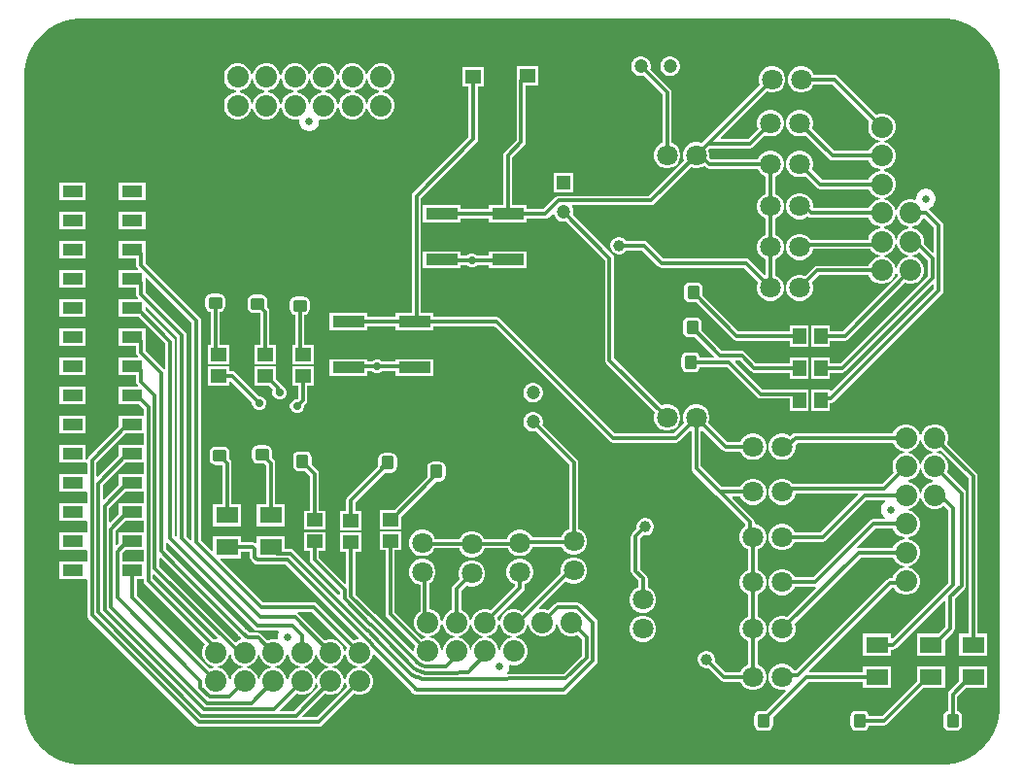
<source format=gtl>
G04*
G04 #@! TF.GenerationSoftware,Altium Limited,Altium Designer,24.1.2 (44)*
G04*
G04 Layer_Physical_Order=1*
G04 Layer_Color=255*
%FSLAX44Y44*%
%MOMM*%
G71*
G04*
G04 #@! TF.SameCoordinates,E38D7037-6A90-4068-B891-1ACC2802136D*
G04*
G04*
G04 #@! TF.FilePolarity,Positive*
G04*
G01*
G75*
%ADD12R,1.3500X1.1500*%
G04:AMPARAMS|DCode=13|XSize=1.2mm|YSize=1.1mm|CornerRadius=0.275mm|HoleSize=0mm|Usage=FLASHONLY|Rotation=0.000|XOffset=0mm|YOffset=0mm|HoleType=Round|Shape=RoundedRectangle|*
%AMROUNDEDRECTD13*
21,1,1.2000,0.5500,0,0,0.0*
21,1,0.6500,1.1000,0,0,0.0*
1,1,0.5500,0.3250,-0.2750*
1,1,0.5500,-0.3250,-0.2750*
1,1,0.5500,-0.3250,0.2750*
1,1,0.5500,0.3250,0.2750*
%
%ADD13ROUNDEDRECTD13*%
%ADD14R,2.7500X1.0000*%
%ADD15C,1.0000*%
G04:AMPARAMS|DCode=16|XSize=1.2mm|YSize=1.1mm|CornerRadius=0.275mm|HoleSize=0mm|Usage=FLASHONLY|Rotation=90.000|XOffset=0mm|YOffset=0mm|HoleType=Round|Shape=RoundedRectangle|*
%AMROUNDEDRECTD16*
21,1,1.2000,0.5500,0,0,90.0*
21,1,0.6500,1.1000,0,0,90.0*
1,1,0.5500,0.2750,0.3250*
1,1,0.5500,0.2750,-0.3250*
1,1,0.5500,-0.2750,-0.3250*
1,1,0.5500,-0.2750,0.3250*
%
%ADD16ROUNDEDRECTD16*%
%ADD17R,1.9500X1.4000*%
%ADD18R,1.1500X1.3500*%
%ADD19R,1.8000X1.0000*%
%ADD35C,0.3000*%
%ADD36C,1.8000*%
%ADD37C,1.2000*%
%ADD38R,1.2000X1.2000*%
%ADD39C,1.8750*%
%ADD40C,0.6750*%
%ADD41R,1.2000X1.2000*%
%ADD42C,0.7000*%
G36*
X800000Y650000D02*
X803277D01*
X809775Y649144D01*
X816106Y647448D01*
X822162Y644940D01*
X827838Y641663D01*
X833038Y637673D01*
X837673Y633038D01*
X841663Y627838D01*
X844940Y622162D01*
X847448Y616106D01*
X849144Y609775D01*
X850000Y603277D01*
Y600000D01*
X850000Y600000D01*
X850000Y600000D01*
X850000Y50000D01*
Y46723D01*
X849145Y40224D01*
X847448Y33893D01*
X844940Y27838D01*
X841663Y22162D01*
X837673Y16962D01*
X833038Y12327D01*
X827838Y8337D01*
X822162Y5060D01*
X816106Y2552D01*
X809775Y856D01*
X803277Y0D01*
X46723D01*
X40224Y856D01*
X33893Y2552D01*
X27838Y5060D01*
X22162Y8337D01*
X16962Y12327D01*
X12327Y16962D01*
X8337Y22162D01*
X5060Y27838D01*
X2552Y33893D01*
X856Y40224D01*
X0Y46723D01*
X0Y50000D01*
X0Y600000D01*
Y603277D01*
X856Y609775D01*
X2552Y616106D01*
X5060Y622162D01*
X8337Y627838D01*
X12327Y633038D01*
X16962Y637673D01*
X22162Y641663D01*
X27838Y644940D01*
X33893Y647448D01*
X40224Y649144D01*
X46723Y650000D01*
X50000D01*
X50000Y650000D01*
X800000Y650000D01*
D02*
G37*
%LPC*%
G36*
X312389Y610955D02*
X309251D01*
X306221Y610143D01*
X303504Y608574D01*
X301286Y606356D01*
X299717Y603639D01*
X298944Y600755D01*
X298548Y600707D01*
X298092D01*
X297696Y600755D01*
X296923Y603639D01*
X295354Y606356D01*
X293136Y608574D01*
X290419Y610143D01*
X287389Y610955D01*
X284251D01*
X281221Y610143D01*
X278504Y608574D01*
X276286Y606356D01*
X274717Y603639D01*
X273944Y600755D01*
X273548Y600707D01*
X273092D01*
X272696Y600755D01*
X271923Y603639D01*
X270354Y606356D01*
X268136Y608574D01*
X265419Y610143D01*
X262389Y610955D01*
X259251D01*
X256221Y610143D01*
X253504Y608574D01*
X251286Y606356D01*
X249717Y603639D01*
X248944Y600755D01*
X248548Y600707D01*
X248092D01*
X247696Y600755D01*
X246923Y603639D01*
X245354Y606356D01*
X243136Y608574D01*
X240419Y610143D01*
X237389Y610955D01*
X234251D01*
X231221Y610143D01*
X228504Y608574D01*
X226286Y606356D01*
X224717Y603639D01*
X223944Y600755D01*
X223548Y600707D01*
X223092D01*
X222696Y600755D01*
X221923Y603639D01*
X220354Y606356D01*
X218136Y608574D01*
X215419Y610143D01*
X212389Y610955D01*
X209251D01*
X206221Y610143D01*
X203504Y608574D01*
X201286Y606356D01*
X199717Y603639D01*
X198944Y600755D01*
X198548Y600707D01*
X198092D01*
X197696Y600755D01*
X196923Y603639D01*
X195354Y606356D01*
X193136Y608574D01*
X190419Y610143D01*
X187389Y610955D01*
X184251D01*
X181221Y610143D01*
X178504Y608574D01*
X176286Y606356D01*
X174717Y603639D01*
X173905Y600609D01*
Y597471D01*
X174717Y594441D01*
X176286Y591724D01*
X178504Y589506D01*
X181221Y587937D01*
X184105Y587164D01*
X184153Y586768D01*
Y586312D01*
X184105Y585916D01*
X181221Y585143D01*
X178504Y583574D01*
X176286Y581356D01*
X174717Y578639D01*
X173905Y575609D01*
Y572471D01*
X174717Y569441D01*
X176286Y566724D01*
X178504Y564506D01*
X181221Y562937D01*
X184251Y562125D01*
X187389D01*
X190419Y562937D01*
X193136Y564506D01*
X195354Y566724D01*
X196923Y569441D01*
X197696Y572325D01*
X198092Y572373D01*
X198548D01*
X198944Y572325D01*
X199717Y569441D01*
X201286Y566724D01*
X203504Y564506D01*
X206221Y562937D01*
X209251Y562125D01*
X212389D01*
X215419Y562937D01*
X218136Y564506D01*
X220354Y566724D01*
X221923Y569441D01*
X222696Y572325D01*
X223092Y572373D01*
X223548D01*
X223944Y572325D01*
X224717Y569441D01*
X226286Y566724D01*
X228504Y564506D01*
X231221Y562937D01*
X234251Y562125D01*
X237389D01*
X238818Y562508D01*
X239780Y561451D01*
Y559516D01*
X240362Y557344D01*
X241486Y555396D01*
X243076Y553806D01*
X245024Y552682D01*
X247196Y552100D01*
X249444D01*
X251616Y552682D01*
X253564Y553806D01*
X255154Y555396D01*
X256278Y557344D01*
X256860Y559516D01*
Y561451D01*
X257822Y562508D01*
X259251Y562125D01*
X262389D01*
X265419Y562937D01*
X268136Y564506D01*
X270354Y566724D01*
X271923Y569441D01*
X272696Y572325D01*
X273092Y572373D01*
X273548D01*
X273944Y572325D01*
X274717Y569441D01*
X276286Y566724D01*
X278504Y564506D01*
X281221Y562937D01*
X284251Y562125D01*
X287389D01*
X290419Y562937D01*
X293136Y564506D01*
X295354Y566724D01*
X296923Y569441D01*
X297696Y572325D01*
X298092Y572373D01*
X298548D01*
X298944Y572325D01*
X299717Y569441D01*
X301286Y566724D01*
X303504Y564506D01*
X306221Y562937D01*
X309251Y562125D01*
X312389D01*
X315419Y562937D01*
X318136Y564506D01*
X320354Y566724D01*
X321923Y569441D01*
X322735Y572471D01*
Y575609D01*
X321923Y578639D01*
X320354Y581356D01*
X318136Y583574D01*
X315419Y585143D01*
X312535Y585916D01*
X312487Y586312D01*
Y586768D01*
X312535Y587164D01*
X315419Y587937D01*
X318136Y589506D01*
X320354Y591724D01*
X321923Y594441D01*
X322735Y597471D01*
Y600609D01*
X321923Y603639D01*
X320354Y606356D01*
X318136Y608574D01*
X315419Y610143D01*
X312389Y610955D01*
D02*
G37*
G36*
X563734Y616870D02*
X561486D01*
X559314Y616288D01*
X557366Y615164D01*
X555776Y613574D01*
X554652Y611626D01*
X554070Y609454D01*
Y607206D01*
X554652Y605034D01*
X555776Y603086D01*
X557366Y601496D01*
X559314Y600372D01*
X561486Y599790D01*
X563734D01*
X565906Y600372D01*
X567854Y601496D01*
X569444Y603086D01*
X570568Y605034D01*
X571150Y607206D01*
Y609454D01*
X570568Y611626D01*
X569444Y613574D01*
X567854Y615164D01*
X565906Y616288D01*
X563734Y616870D01*
D02*
G37*
G36*
X447440Y608640D02*
X428860D01*
Y596498D01*
X428781Y596100D01*
Y543943D01*
X418267Y533429D01*
X417374Y532093D01*
X417061Y530517D01*
Y487280D01*
X404890D01*
Y483859D01*
X379970D01*
Y487280D01*
X347390D01*
Y472200D01*
X379970D01*
Y475621D01*
X404890D01*
Y472200D01*
X437470D01*
Y475621D01*
X454111D01*
X455688Y475934D01*
X457024Y476827D01*
X460142Y479946D01*
X461537Y479544D01*
X461942Y478034D01*
X463066Y476086D01*
X464656Y474496D01*
X466604Y473372D01*
X468776Y472790D01*
X471024D01*
X472279Y473126D01*
X505847Y439558D01*
Y352364D01*
X506160Y350788D01*
X507053Y349451D01*
X549490Y307015D01*
X549316Y306714D01*
X548530Y303779D01*
Y300741D01*
X549316Y297806D01*
X550836Y295174D01*
X552984Y293026D01*
X555616Y291507D01*
X558551Y290720D01*
X561589D01*
X564524Y291507D01*
X567156Y293026D01*
X569304Y295174D01*
X570824Y297806D01*
X571610Y300741D01*
Y303779D01*
X570824Y306714D01*
X569304Y309346D01*
X567156Y311494D01*
X564524Y313013D01*
X561589Y313800D01*
X558551D01*
X555616Y313013D01*
X555315Y312840D01*
X514085Y354070D01*
Y441264D01*
X513772Y442840D01*
X512879Y444177D01*
X478104Y478951D01*
X478440Y480206D01*
Y482454D01*
X477858Y484626D01*
X477076Y485981D01*
X477779Y487251D01*
X545980D01*
X547556Y487564D01*
X548893Y488457D01*
X580715Y520280D01*
X581016Y520107D01*
X583951Y519320D01*
X586989D01*
X589924Y520107D01*
X592556Y521626D01*
X592643Y521713D01*
X594029Y520327D01*
X595365Y519434D01*
X596942Y519121D01*
X639397D01*
X639487Y518786D01*
X641006Y516154D01*
X643154Y514006D01*
X645786Y512486D01*
X646121Y512397D01*
Y497253D01*
X645786Y497164D01*
X643154Y495644D01*
X641006Y493496D01*
X639487Y490864D01*
X638700Y487929D01*
Y484891D01*
X639487Y481956D01*
X641006Y479324D01*
X643154Y477176D01*
X645786Y475657D01*
X646121Y475567D01*
Y461693D01*
X645786Y461604D01*
X643154Y460084D01*
X641006Y457936D01*
X639487Y455304D01*
X638700Y452369D01*
Y449331D01*
X639487Y446396D01*
X641006Y443764D01*
X643154Y441616D01*
X645786Y440097D01*
X646121Y440007D01*
Y427031D01*
X644851Y426505D01*
X631563Y439793D01*
X630226Y440686D01*
X628650Y440999D01*
X556696D01*
X542663Y455033D01*
X541326Y455926D01*
X539750Y456239D01*
X524488D01*
X524193Y456750D01*
X522790Y458153D01*
X521070Y459146D01*
X519153Y459660D01*
X517167D01*
X515250Y459146D01*
X513530Y458153D01*
X512127Y456750D01*
X511134Y455030D01*
X510620Y453113D01*
Y451127D01*
X511134Y449210D01*
X512127Y447490D01*
X513530Y446087D01*
X515250Y445094D01*
X517167Y444580D01*
X519153D01*
X521070Y445094D01*
X522790Y446087D01*
X524193Y447490D01*
X524488Y448001D01*
X538044D01*
X552077Y433967D01*
X553414Y433074D01*
X554990Y432761D01*
X626944D01*
X639660Y420045D01*
X639487Y419744D01*
X638700Y416809D01*
Y413771D01*
X639487Y410836D01*
X641006Y408204D01*
X643154Y406056D01*
X645786Y404537D01*
X648721Y403750D01*
X651759D01*
X654694Y404537D01*
X657326Y406056D01*
X659474Y408204D01*
X660993Y410836D01*
X661780Y413771D01*
Y416809D01*
X660993Y419744D01*
X659474Y422376D01*
X657326Y424524D01*
X654694Y426044D01*
X654359Y426133D01*
Y440007D01*
X654694Y440097D01*
X657326Y441616D01*
X659474Y443764D01*
X660993Y446396D01*
X661780Y449331D01*
Y452369D01*
X660993Y455304D01*
X659474Y457936D01*
X657326Y460084D01*
X654694Y461604D01*
X654359Y461693D01*
Y475567D01*
X654694Y475657D01*
X657326Y477176D01*
X659474Y479324D01*
X660993Y481956D01*
X661780Y484891D01*
Y487929D01*
X660993Y490864D01*
X659474Y493496D01*
X657326Y495644D01*
X654694Y497164D01*
X654359Y497253D01*
Y512397D01*
X654694Y512486D01*
X657326Y514006D01*
X659474Y516154D01*
X660993Y518786D01*
X661780Y521721D01*
Y524759D01*
X660993Y527694D01*
X659474Y530326D01*
X657326Y532474D01*
X654694Y533993D01*
X651759Y534780D01*
X648721D01*
X645786Y533993D01*
X643154Y532474D01*
X641006Y530326D01*
X639487Y527694D01*
X639397Y527359D01*
X598648D01*
X596937Y529070D01*
X597010Y529341D01*
Y532379D01*
X596223Y535314D01*
X596050Y535615D01*
X597336Y536901D01*
X632460D01*
X634036Y537214D01*
X635373Y538107D01*
X645485Y548220D01*
X645786Y548046D01*
X648721Y547260D01*
X651759D01*
X654694Y548046D01*
X657326Y549566D01*
X659474Y551714D01*
X660993Y554346D01*
X661780Y557281D01*
Y560319D01*
X660993Y563254D01*
X659474Y565886D01*
X657326Y568034D01*
X654694Y569553D01*
X651759Y570340D01*
X648721D01*
X645786Y569553D01*
X643154Y568034D01*
X641006Y565886D01*
X639487Y563254D01*
X638700Y560319D01*
Y557281D01*
X639487Y554346D01*
X639660Y554045D01*
X630754Y545139D01*
X607234D01*
X606748Y546312D01*
X646755Y586320D01*
X647056Y586147D01*
X649991Y585360D01*
X653029D01*
X655964Y586147D01*
X658596Y587666D01*
X660744Y589814D01*
X662263Y592446D01*
X663050Y595381D01*
Y598419D01*
X662263Y601354D01*
X660744Y603986D01*
X658596Y606134D01*
X655964Y607654D01*
X653029Y608440D01*
X649991D01*
X647056Y607654D01*
X644424Y606134D01*
X642276Y603986D01*
X640757Y601354D01*
X639970Y598419D01*
Y595381D01*
X640757Y592446D01*
X640930Y592145D01*
X592717Y543933D01*
X592717Y543933D01*
X590225Y541440D01*
X589924Y541614D01*
X586989Y542400D01*
X583951D01*
X581016Y541614D01*
X578384Y540094D01*
X576236Y537946D01*
X574716Y535314D01*
X573930Y532379D01*
Y529341D01*
X574716Y526406D01*
X574890Y526105D01*
X544274Y495489D01*
X465741D01*
X464165Y495176D01*
X462829Y494283D01*
X452405Y483859D01*
X437470D01*
Y487280D01*
X425299D01*
Y528811D01*
X435813Y539324D01*
X436706Y540661D01*
X437019Y542237D01*
Y592060D01*
X447440D01*
Y608640D01*
D02*
G37*
G36*
X678429Y608440D02*
X675391D01*
X672456Y607654D01*
X669824Y606134D01*
X667676Y603986D01*
X666156Y601354D01*
X665370Y598419D01*
Y595381D01*
X666156Y592446D01*
X667676Y589814D01*
X669824Y587666D01*
X672456Y586147D01*
X675391Y585360D01*
X678429D01*
X681364Y586147D01*
X683996Y587666D01*
X686144Y589814D01*
X687663Y592446D01*
X687753Y592781D01*
X704014D01*
X736305Y560489D01*
X736057Y560059D01*
X735245Y557029D01*
Y553891D01*
X736057Y550861D01*
X737626Y548144D01*
X739844Y545926D01*
X742561Y544357D01*
X745445Y543584D01*
X745493Y543188D01*
Y542732D01*
X745445Y542336D01*
X742561Y541563D01*
X739844Y539994D01*
X737626Y537776D01*
X736057Y535059D01*
X735928Y534579D01*
X705686D01*
X686220Y554045D01*
X686394Y554346D01*
X687180Y557281D01*
Y560319D01*
X686394Y563254D01*
X684874Y565886D01*
X682726Y568034D01*
X680094Y569553D01*
X677159Y570340D01*
X674121D01*
X671186Y569553D01*
X668554Y568034D01*
X666406Y565886D01*
X664886Y563254D01*
X664100Y560319D01*
Y557281D01*
X664886Y554346D01*
X666406Y551714D01*
X668554Y549566D01*
X671186Y548046D01*
X674121Y547260D01*
X677159D01*
X680094Y548046D01*
X680395Y548220D01*
X701067Y527547D01*
X702404Y526654D01*
X703980Y526341D01*
X735928D01*
X736057Y525861D01*
X737626Y523144D01*
X739844Y520926D01*
X742561Y519357D01*
X745445Y518584D01*
X745493Y518188D01*
Y517732D01*
X745445Y517336D01*
X742561Y516563D01*
X739844Y514994D01*
X737626Y512776D01*
X736057Y510059D01*
X735928Y509579D01*
X695126D01*
X686220Y518485D01*
X686394Y518786D01*
X687180Y521721D01*
Y524759D01*
X686394Y527694D01*
X684874Y530326D01*
X682726Y532474D01*
X680094Y533993D01*
X677159Y534780D01*
X674121D01*
X671186Y533993D01*
X668554Y532474D01*
X666406Y530326D01*
X664886Y527694D01*
X664100Y524759D01*
Y521721D01*
X664886Y518786D01*
X666406Y516154D01*
X668554Y514006D01*
X671186Y512486D01*
X674121Y511700D01*
X677159D01*
X680094Y512486D01*
X680395Y512660D01*
X690507Y502547D01*
X691844Y501654D01*
X693420Y501341D01*
X735928D01*
X736057Y500861D01*
X737626Y498144D01*
X739844Y495926D01*
X742561Y494357D01*
X745445Y493584D01*
X745493Y493188D01*
Y492732D01*
X745445Y492336D01*
X742561Y491563D01*
X739844Y489994D01*
X737626Y487776D01*
X736057Y485059D01*
X735928Y484579D01*
X688404D01*
X687180Y484891D01*
Y487929D01*
X686394Y490864D01*
X684874Y493496D01*
X682726Y495644D01*
X680094Y497164D01*
X677159Y497950D01*
X674121D01*
X671186Y497164D01*
X668554Y495644D01*
X666406Y493496D01*
X664886Y490864D01*
X664100Y487929D01*
Y484891D01*
X664886Y481956D01*
X666406Y479324D01*
X668554Y477176D01*
X671186Y475657D01*
X674121Y474870D01*
X677159D01*
X680094Y475657D01*
X682726Y477176D01*
X682953Y477403D01*
X684073Y476654D01*
X685649Y476341D01*
X735928D01*
X736057Y475861D01*
X737626Y473144D01*
X739844Y470926D01*
X742561Y469357D01*
X745445Y468584D01*
X745493Y468188D01*
Y467732D01*
X745445Y467336D01*
X742561Y466563D01*
X739844Y464994D01*
X737626Y462776D01*
X736057Y460059D01*
X735311Y457274D01*
X685256D01*
X684874Y457936D01*
X682726Y460084D01*
X680094Y461604D01*
X677159Y462390D01*
X674121D01*
X671186Y461604D01*
X668554Y460084D01*
X666406Y457936D01*
X664886Y455304D01*
X664100Y452369D01*
Y449331D01*
X664886Y446396D01*
X666406Y443764D01*
X668554Y441616D01*
X671186Y440097D01*
X674121Y439310D01*
X677159D01*
X680094Y440097D01*
X682726Y441616D01*
X684874Y443764D01*
X686394Y446396D01*
X687101Y449036D01*
X737111D01*
X737626Y448144D01*
X739844Y445926D01*
X742561Y444357D01*
X745445Y443584D01*
X745493Y443188D01*
Y442732D01*
X745445Y442336D01*
X742561Y441563D01*
X739844Y439994D01*
X737626Y437776D01*
X736057Y435059D01*
X735928Y434579D01*
X690810D01*
X689234Y434266D01*
X687897Y433373D01*
X680395Y425870D01*
X680094Y426044D01*
X677159Y426830D01*
X674121D01*
X671186Y426044D01*
X668554Y424524D01*
X666406Y422376D01*
X664886Y419744D01*
X664100Y416809D01*
Y413771D01*
X664886Y410836D01*
X666406Y408204D01*
X668554Y406056D01*
X671186Y404537D01*
X674121Y403750D01*
X677159D01*
X680094Y404537D01*
X682726Y406056D01*
X684874Y408204D01*
X686394Y410836D01*
X687180Y413771D01*
Y416809D01*
X686394Y419744D01*
X686220Y420045D01*
X692516Y426341D01*
X735928D01*
X736057Y425861D01*
X737626Y423144D01*
X739844Y420926D01*
X742561Y419357D01*
X745591Y418545D01*
X748729D01*
X751759Y419357D01*
X754476Y420926D01*
X756694Y423144D01*
X758263Y425861D01*
X759036Y428745D01*
X759432Y428793D01*
X759888D01*
X760284Y428745D01*
X761057Y425861D01*
X761305Y425431D01*
X713374Y377499D01*
X702070D01*
Y382670D01*
X685490D01*
Y364090D01*
X702070D01*
Y369261D01*
X715080D01*
X716656Y369574D01*
X717993Y370467D01*
X767131Y419605D01*
X767561Y419357D01*
X770591Y418545D01*
X773729D01*
X776759Y419357D01*
X779476Y420926D01*
X781694Y423144D01*
X783263Y425861D01*
X784075Y428891D01*
Y432029D01*
X783263Y435059D01*
X781694Y437776D01*
X779476Y439994D01*
X776759Y441563D01*
X773875Y442336D01*
X773827Y442732D01*
Y443188D01*
X773875Y443584D01*
X776759Y444357D01*
X779476Y445926D01*
X779812Y446262D01*
X787091Y438984D01*
Y425886D01*
X710764Y349559D01*
X702070D01*
Y354730D01*
X685490D01*
Y336150D01*
X702070D01*
Y341321D01*
X712470D01*
X714046Y341634D01*
X715383Y342527D01*
X791458Y418602D01*
X792631Y418116D01*
Y414916D01*
X703243Y325529D01*
X702070Y326015D01*
Y326790D01*
X685490D01*
Y308210D01*
X702070D01*
Y314613D01*
X702273D01*
X703849Y314927D01*
X705185Y315820D01*
X799663Y410297D01*
X800556Y411634D01*
X800869Y413210D01*
Y469440D01*
X800556Y471016D01*
X799663Y472353D01*
X788643Y483373D01*
X788368Y483556D01*
X788595Y484932D01*
X788856Y485002D01*
X790804Y486126D01*
X792394Y487716D01*
X793518Y489664D01*
X794100Y491836D01*
Y494084D01*
X793518Y496256D01*
X792394Y498204D01*
X790804Y499794D01*
X788856Y500918D01*
X786684Y501500D01*
X784436D01*
X782264Y500918D01*
X780316Y499794D01*
X778726Y498204D01*
X777602Y496256D01*
X777020Y494084D01*
Y492808D01*
X775751Y491833D01*
X773729Y492375D01*
X770591D01*
X767561Y491563D01*
X764844Y489994D01*
X762626Y487776D01*
X761057Y485059D01*
X760284Y482175D01*
X759888Y482127D01*
X759432D01*
X759036Y482175D01*
X758263Y485059D01*
X756694Y487776D01*
X754476Y489994D01*
X751759Y491563D01*
X748875Y492336D01*
X748827Y492732D01*
Y493188D01*
X748875Y493584D01*
X751759Y494357D01*
X754476Y495926D01*
X756694Y498144D01*
X758263Y500861D01*
X759075Y503891D01*
Y507029D01*
X758263Y510059D01*
X756694Y512776D01*
X754476Y514994D01*
X751759Y516563D01*
X748875Y517336D01*
X748827Y517732D01*
Y518188D01*
X748875Y518584D01*
X751759Y519357D01*
X754476Y520926D01*
X756694Y523144D01*
X758263Y525861D01*
X759075Y528891D01*
Y532029D01*
X758263Y535059D01*
X756694Y537776D01*
X754476Y539994D01*
X751759Y541563D01*
X748875Y542336D01*
X748827Y542732D01*
Y543188D01*
X748875Y543584D01*
X751759Y544357D01*
X754476Y545926D01*
X756694Y548144D01*
X758263Y550861D01*
X759075Y553891D01*
Y557029D01*
X758263Y560059D01*
X756694Y562776D01*
X754476Y564994D01*
X751759Y566563D01*
X748729Y567375D01*
X745591D01*
X742561Y566563D01*
X742131Y566315D01*
X708633Y599813D01*
X707296Y600706D01*
X705720Y601019D01*
X687753D01*
X687663Y601354D01*
X686144Y603986D01*
X683996Y606134D01*
X681364Y607654D01*
X678429Y608440D01*
D02*
G37*
G36*
X538334Y616870D02*
X536086D01*
X533914Y616288D01*
X531966Y615164D01*
X530376Y613574D01*
X529252Y611626D01*
X528670Y609454D01*
Y607206D01*
X529252Y605034D01*
X530376Y603086D01*
X531966Y601496D01*
X533914Y600372D01*
X536086Y599790D01*
X538334D01*
X539589Y600126D01*
X555951Y583764D01*
Y541703D01*
X555616Y541614D01*
X552984Y540094D01*
X550836Y537946D01*
X549316Y535314D01*
X548530Y532379D01*
Y529341D01*
X549316Y526406D01*
X550836Y523774D01*
X552984Y521626D01*
X555616Y520107D01*
X558551Y519320D01*
X561589D01*
X564524Y520107D01*
X567156Y521626D01*
X569304Y523774D01*
X570824Y526406D01*
X571610Y529341D01*
Y532379D01*
X570824Y535314D01*
X569304Y537946D01*
X567156Y540094D01*
X564524Y541614D01*
X564189Y541703D01*
Y585470D01*
X563876Y587046D01*
X562983Y588383D01*
X545414Y605951D01*
X545750Y607206D01*
Y609454D01*
X545168Y611626D01*
X544044Y613574D01*
X542454Y615164D01*
X540506Y616288D01*
X538334Y616870D01*
D02*
G37*
G36*
X478440Y515270D02*
X461360D01*
Y498190D01*
X478440D01*
Y515270D01*
D02*
G37*
G36*
X105520Y506650D02*
X82440D01*
Y491570D01*
X105520D01*
Y506650D01*
D02*
G37*
G36*
X53520D02*
X30440D01*
Y491570D01*
X53520D01*
Y506650D01*
D02*
G37*
G36*
X105520Y481250D02*
X82440D01*
Y466170D01*
X105520D01*
Y481250D01*
D02*
G37*
G36*
X53520D02*
X30440D01*
Y466170D01*
X53520D01*
Y481250D01*
D02*
G37*
G36*
X437470Y447280D02*
X404890D01*
Y443539D01*
X394313D01*
X393311Y444540D01*
X391091Y445460D01*
X388689D01*
X386469Y444540D01*
X385467Y443539D01*
X379970D01*
Y447280D01*
X347390D01*
Y432200D01*
X379970D01*
Y435301D01*
X385467D01*
X386469Y434300D01*
X388689Y433380D01*
X391091D01*
X393311Y434300D01*
X394313Y435301D01*
X404890D01*
Y432200D01*
X437470D01*
Y447280D01*
D02*
G37*
G36*
X53520Y455850D02*
X30440D01*
Y440770D01*
X53520D01*
Y455850D01*
D02*
G37*
G36*
Y430450D02*
X30440D01*
Y415370D01*
X53520D01*
Y430450D01*
D02*
G37*
G36*
Y405050D02*
X30440D01*
Y389970D01*
X53520D01*
Y405050D01*
D02*
G37*
G36*
X400450Y607370D02*
X381870D01*
Y590790D01*
X387041D01*
Y546536D01*
X338717Y498213D01*
X337824Y496876D01*
X337511Y495300D01*
Y393300D01*
X323610D01*
Y389879D01*
X298690D01*
Y393300D01*
X266110D01*
Y378220D01*
X298690D01*
Y381641D01*
X323610D01*
Y378220D01*
X356190D01*
Y381641D01*
X410094D01*
X510167Y281567D01*
X511504Y280674D01*
X513080Y280361D01*
X567690D01*
X569266Y280674D01*
X570603Y281567D01*
X580081Y291045D01*
X581351Y290519D01*
Y257810D01*
X581664Y256234D01*
X582557Y254897D01*
X602877Y234577D01*
X628011Y209444D01*
Y207410D01*
X627914Y207354D01*
X625766Y205206D01*
X624246Y202574D01*
X623460Y199639D01*
Y196601D01*
X624246Y193666D01*
X625766Y191034D01*
X627914Y188886D01*
X630546Y187367D01*
X630881Y187277D01*
Y169593D01*
X630546Y169503D01*
X627914Y167984D01*
X625766Y165836D01*
X624246Y163204D01*
X623460Y160269D01*
Y157231D01*
X624246Y154296D01*
X625766Y151664D01*
X627914Y149516D01*
X630546Y147997D01*
X630881Y147907D01*
Y128953D01*
X630546Y128863D01*
X627914Y127344D01*
X625766Y125196D01*
X624246Y122564D01*
X623460Y119629D01*
Y116591D01*
X624246Y113656D01*
X625766Y111024D01*
X627914Y108876D01*
X630546Y107357D01*
X630881Y107267D01*
Y87043D01*
X630546Y86953D01*
X627914Y85434D01*
X625766Y83286D01*
X624246Y80654D01*
X624157Y80319D01*
X611306D01*
X601747Y89878D01*
X601900Y90447D01*
Y92433D01*
X601386Y94350D01*
X600393Y96070D01*
X598990Y97473D01*
X597270Y98466D01*
X595353Y98980D01*
X593367D01*
X591450Y98466D01*
X589730Y97473D01*
X588326Y96070D01*
X587334Y94350D01*
X586820Y92433D01*
Y90447D01*
X587334Y88530D01*
X588326Y86810D01*
X589730Y85407D01*
X591450Y84414D01*
X593367Y83900D01*
X595353D01*
X595922Y84053D01*
X606687Y73287D01*
X608024Y72394D01*
X609600Y72081D01*
X624157D01*
X624246Y71746D01*
X625766Y69114D01*
X627914Y66966D01*
X630546Y65447D01*
X633481Y64660D01*
X636519D01*
X639454Y65447D01*
X642086Y66966D01*
X644234Y69114D01*
X645753Y71746D01*
X646540Y74681D01*
Y77719D01*
X645753Y80654D01*
X644234Y83286D01*
X642086Y85434D01*
X639454Y86953D01*
X639119Y87043D01*
Y107267D01*
X639454Y107357D01*
X642086Y108876D01*
X644234Y111024D01*
X645753Y113656D01*
X646540Y116591D01*
Y119629D01*
X645753Y122564D01*
X644234Y125196D01*
X642086Y127344D01*
X639454Y128863D01*
X639119Y128953D01*
Y147907D01*
X639454Y147997D01*
X642086Y149516D01*
X644234Y151664D01*
X645753Y154296D01*
X646540Y157231D01*
Y160269D01*
X645753Y163204D01*
X644234Y165836D01*
X642086Y167984D01*
X639454Y169503D01*
X639119Y169593D01*
Y187277D01*
X639454Y187367D01*
X642086Y188886D01*
X644234Y191034D01*
X645753Y193666D01*
X646540Y196601D01*
Y199639D01*
X645753Y202574D01*
X644234Y205206D01*
X642086Y207354D01*
X639454Y208874D01*
X636519Y209660D01*
X636249D01*
Y211150D01*
X635936Y212726D01*
X635042Y214063D01*
X616908Y232197D01*
X617394Y233371D01*
X624157D01*
X624246Y233036D01*
X625766Y230404D01*
X627914Y228256D01*
X630546Y226737D01*
X633481Y225950D01*
X636519D01*
X639454Y226737D01*
X642086Y228256D01*
X644234Y230404D01*
X645753Y233036D01*
X646540Y235971D01*
Y239009D01*
X645753Y241944D01*
X644234Y244576D01*
X642086Y246724D01*
X639454Y248244D01*
X636519Y249030D01*
X633481D01*
X630546Y248244D01*
X627914Y246724D01*
X625766Y244576D01*
X624246Y241944D01*
X624157Y241609D01*
X607496D01*
X589589Y259516D01*
Y290519D01*
X590859Y291045D01*
X607957Y273947D01*
X609294Y273054D01*
X610870Y272741D01*
X624157D01*
X624246Y272406D01*
X625766Y269774D01*
X627914Y267626D01*
X630546Y266106D01*
X633481Y265320D01*
X636519D01*
X639454Y266106D01*
X642086Y267626D01*
X644234Y269774D01*
X645753Y272406D01*
X646540Y275341D01*
Y278379D01*
X645753Y281314D01*
X644234Y283946D01*
X642086Y286094D01*
X639454Y287614D01*
X636519Y288400D01*
X633481D01*
X630546Y287614D01*
X627914Y286094D01*
X625766Y283946D01*
X624246Y281314D01*
X624157Y280979D01*
X612576D01*
X596050Y297505D01*
X596223Y297806D01*
X597010Y300741D01*
Y303779D01*
X596223Y306714D01*
X594704Y309346D01*
X592556Y311494D01*
X589924Y313013D01*
X586989Y313800D01*
X583951D01*
X581016Y313013D01*
X578384Y311494D01*
X576236Y309346D01*
X574716Y306714D01*
X573930Y303779D01*
Y300741D01*
X574716Y297806D01*
X574890Y297505D01*
X565984Y288599D01*
X514786D01*
X414713Y388673D01*
X413376Y389566D01*
X411800Y389879D01*
X356190D01*
Y393300D01*
X345749D01*
Y493594D01*
X394073Y541917D01*
X394966Y543254D01*
X395279Y544830D01*
Y590790D01*
X400450D01*
Y607370D01*
D02*
G37*
G36*
X53520Y379650D02*
X30440D01*
Y364570D01*
X53520D01*
Y379650D01*
D02*
G37*
G36*
X585680Y420124D02*
X580180D01*
X578116Y419713D01*
X576366Y418544D01*
X575197Y416794D01*
X574786Y414730D01*
Y408230D01*
X575197Y406166D01*
X576366Y404416D01*
X578116Y403247D01*
X580180Y402836D01*
X585248D01*
X617617Y370467D01*
X618954Y369574D01*
X620530Y369261D01*
X666990D01*
Y364090D01*
X683570D01*
Y382670D01*
X666990D01*
Y377499D01*
X622236D01*
X591074Y408662D01*
Y414730D01*
X590663Y416794D01*
X589494Y418544D01*
X587744Y419713D01*
X585680Y420124D01*
D02*
G37*
G36*
X584750Y389644D02*
X579250D01*
X577186Y389233D01*
X575436Y388064D01*
X574267Y386314D01*
X573856Y384250D01*
Y377750D01*
X574267Y375686D01*
X575436Y373936D01*
X577186Y372767D01*
X579250Y372356D01*
X584318D01*
X600862Y355812D01*
X600376Y354639D01*
X588701D01*
X588463Y355834D01*
X587294Y357584D01*
X585544Y358753D01*
X583480Y359164D01*
X577980D01*
X575916Y358753D01*
X574166Y357584D01*
X572997Y355834D01*
X572586Y353770D01*
Y347270D01*
X572997Y345206D01*
X574166Y343456D01*
X575916Y342287D01*
X577980Y341876D01*
X583480D01*
X585544Y342287D01*
X587294Y343456D01*
X588463Y345206D01*
X588701Y346401D01*
X612241D01*
X638805Y319837D01*
X640141Y318944D01*
X641717Y318631D01*
X666990D01*
Y308210D01*
X683570D01*
Y326790D01*
X671428D01*
X671030Y326869D01*
X643424D01*
X619525Y350768D01*
X620011Y351941D01*
X623791D01*
X633205Y342527D01*
X634541Y341634D01*
X636117Y341321D01*
X666990D01*
Y336150D01*
X683570D01*
Y354730D01*
X666990D01*
Y349559D01*
X637823D01*
X628410Y358973D01*
X627074Y359866D01*
X625497Y360179D01*
X608146D01*
X590144Y378182D01*
Y384250D01*
X589733Y386314D01*
X588564Y388064D01*
X586814Y389233D01*
X584750Y389644D01*
D02*
G37*
G36*
X356190Y353300D02*
X323610D01*
Y350829D01*
X311763D01*
X310761Y351830D01*
X308541Y352750D01*
X306139D01*
X303919Y351830D01*
X302917Y350829D01*
X298690D01*
Y353300D01*
X266110D01*
Y338220D01*
X298690D01*
Y342591D01*
X302917D01*
X303919Y341590D01*
X306139Y340670D01*
X308541D01*
X310761Y341590D01*
X311763Y342591D01*
X323610D01*
Y338220D01*
X356190D01*
Y353300D01*
D02*
G37*
G36*
X243280Y407854D02*
X236780D01*
X234716Y407443D01*
X232966Y406274D01*
X231797Y404524D01*
X231386Y402460D01*
Y396960D01*
X231797Y394896D01*
X232966Y393146D01*
X234716Y391977D01*
X235911Y391739D01*
Y365520D01*
X233280D01*
Y348940D01*
X251860D01*
Y365520D01*
X244149D01*
Y391739D01*
X245344Y391977D01*
X247094Y393146D01*
X248263Y394896D01*
X248674Y396960D01*
Y402460D01*
X248263Y404524D01*
X247094Y406274D01*
X245344Y407443D01*
X243280Y407854D01*
D02*
G37*
G36*
X206450Y409464D02*
X199950D01*
X197886Y409053D01*
X196136Y407884D01*
X194967Y406134D01*
X194556Y404070D01*
Y398570D01*
X194967Y396506D01*
X196136Y394756D01*
X197886Y393587D01*
X199950Y393176D01*
X205342D01*
X205431Y393087D01*
Y365520D01*
X200260D01*
Y348940D01*
X218840D01*
Y365520D01*
X213669D01*
Y394794D01*
X213356Y396370D01*
X212463Y397706D01*
X211803Y398366D01*
X211844Y398570D01*
Y404070D01*
X211433Y406134D01*
X210264Y407884D01*
X208514Y409053D01*
X206450Y409464D01*
D02*
G37*
G36*
X169620Y410394D02*
X163120D01*
X161056Y409983D01*
X159306Y408814D01*
X158137Y407064D01*
X157726Y405000D01*
Y399500D01*
X158137Y397436D01*
X159306Y395686D01*
X161056Y394517D01*
X162251Y394279D01*
Y365520D01*
X159620D01*
Y348940D01*
X178200D01*
Y365520D01*
X170489D01*
Y394279D01*
X171684Y394517D01*
X173434Y395686D01*
X174603Y397436D01*
X175014Y399500D01*
Y405000D01*
X174603Y407064D01*
X173434Y408814D01*
X171684Y409983D01*
X169620Y410394D01*
D02*
G37*
G36*
X105520Y455850D02*
X82440D01*
Y440770D01*
X97361D01*
Y435123D01*
X97674Y433547D01*
X98567Y432211D01*
X99155Y431623D01*
X98669Y430450D01*
X82440D01*
Y415370D01*
X97361D01*
Y409723D01*
X97674Y408147D01*
X98567Y406811D01*
X99155Y406223D01*
X98669Y405050D01*
X82440D01*
Y389970D01*
X99695D01*
X122881Y366784D01*
Y345087D01*
X121611Y344618D01*
X105599Y360630D01*
Y368610D01*
X105520Y369008D01*
Y379650D01*
X82440D01*
Y364570D01*
X97361D01*
Y358923D01*
X97674Y357347D01*
X98567Y356011D01*
X99155Y355423D01*
X98669Y354250D01*
X82440D01*
Y339170D01*
X97361D01*
Y333523D01*
X97674Y331947D01*
X98567Y330611D01*
X99155Y330023D01*
X98669Y328850D01*
X82440D01*
Y313770D01*
X99695D01*
X103831Y309634D01*
Y303450D01*
X82440D01*
Y294195D01*
X55867Y267623D01*
X54974Y266286D01*
X54790Y265359D01*
X53520Y265484D01*
Y278050D01*
X30440D01*
Y262970D01*
X53391D01*
X53520Y262970D01*
X54661Y262658D01*
Y252962D01*
X53520Y252650D01*
X53391Y252650D01*
X30440D01*
Y237570D01*
X53391D01*
X53520Y237570D01*
X54661Y237258D01*
Y227562D01*
X53520Y227250D01*
X53391Y227250D01*
X30440D01*
Y212170D01*
X53391D01*
X53520Y212170D01*
X54661Y211858D01*
Y202162D01*
X53520Y201850D01*
X53391Y201850D01*
X30440D01*
Y186770D01*
X53391D01*
X53520Y186770D01*
X54661Y186458D01*
Y176762D01*
X53520Y176450D01*
X53391Y176450D01*
X30440D01*
Y161370D01*
X53391D01*
X53520Y161370D01*
X54661Y161058D01*
Y130069D01*
X54974Y128493D01*
X55867Y127157D01*
X149122Y33902D01*
X150458Y33009D01*
X152034Y32696D01*
X256195D01*
X257771Y33009D01*
X259108Y33902D01*
X286741Y61535D01*
X287171Y61287D01*
X290201Y60475D01*
X293339D01*
X296369Y61287D01*
X299086Y62856D01*
X301304Y65074D01*
X302873Y67791D01*
X303685Y70821D01*
Y73959D01*
X302873Y76989D01*
X301304Y79706D01*
X299086Y81924D01*
X296369Y83493D01*
X293485Y84266D01*
X293437Y84662D01*
Y85118D01*
X293485Y85514D01*
X296369Y86287D01*
X299086Y87856D01*
X301304Y90074D01*
X302873Y92791D01*
X303685Y95821D01*
Y96204D01*
X304862Y96682D01*
X336918Y63681D01*
X337780Y62793D01*
X337806Y62775D01*
X337837Y62736D01*
X338716Y61857D01*
X339320Y61453D01*
X340052Y60964D01*
X340052Y60964D01*
X340052Y60964D01*
X340449Y60885D01*
X341628Y60651D01*
X469606D01*
X471183Y60964D01*
X472519Y61857D01*
X498388Y87726D01*
X499281Y89062D01*
X499594Y90639D01*
Y123507D01*
X499281Y125083D01*
X498388Y126419D01*
X484989Y139818D01*
X483653Y140710D01*
X482077Y141024D01*
X464935D01*
X463359Y140710D01*
X462022Y139818D01*
X456549Y134345D01*
X456119Y134593D01*
X453089Y135405D01*
X449951D01*
X449309Y135233D01*
X448652Y136372D01*
X471864Y159584D01*
X474336Y158156D01*
X477271Y157370D01*
X480309D01*
X483244Y158156D01*
X485876Y159676D01*
X488024Y161824D01*
X489543Y164456D01*
X490330Y167391D01*
Y170429D01*
X489543Y173364D01*
X488024Y175996D01*
X485876Y178144D01*
X483244Y179664D01*
X480309Y180450D01*
X477271D01*
X474336Y179664D01*
X471704Y178144D01*
X469556Y175996D01*
X468036Y173364D01*
X467250Y170429D01*
Y167391D01*
X467413Y166783D01*
X433721Y133091D01*
X431119Y134593D01*
X428089Y135405D01*
X424951D01*
X421921Y134593D01*
X419204Y133024D01*
X416986Y130806D01*
X415417Y128089D01*
X414644Y125205D01*
X414248Y125157D01*
X413792D01*
X413396Y125205D01*
X412623Y128089D01*
X412375Y128519D01*
X434713Y150857D01*
X435606Y152194D01*
X435919Y153770D01*
Y156797D01*
X436254Y156887D01*
X438886Y158406D01*
X441034Y160554D01*
X442553Y163186D01*
X443340Y166121D01*
Y169159D01*
X442553Y172094D01*
X441034Y174726D01*
X438886Y176874D01*
X436254Y178393D01*
X433319Y179180D01*
X430281D01*
X427346Y178393D01*
X424714Y176874D01*
X422566Y174726D01*
X421046Y172094D01*
X420260Y169159D01*
Y166121D01*
X421046Y163186D01*
X422566Y160554D01*
X424714Y158406D01*
X427346Y156887D01*
X427681Y156797D01*
Y155476D01*
X406549Y134345D01*
X406119Y134593D01*
X403089Y135405D01*
X399951D01*
X396921Y134593D01*
X394204Y133024D01*
X391986Y130806D01*
X390417Y128089D01*
X389644Y125205D01*
X389248Y125157D01*
X388792D01*
X388396Y125205D01*
X387623Y128089D01*
X386054Y130806D01*
X383836Y133024D01*
X381119Y134593D01*
X380639Y134722D01*
Y151294D01*
X385135Y155790D01*
X385436Y155617D01*
X388371Y154830D01*
X391409D01*
X394344Y155617D01*
X396976Y157136D01*
X399124Y159284D01*
X400644Y161916D01*
X401430Y164851D01*
Y167889D01*
X400644Y170824D01*
X399124Y173456D01*
X396976Y175604D01*
X394344Y177124D01*
X391409Y177910D01*
X388371D01*
X385436Y177124D01*
X382804Y175604D01*
X380656Y173456D01*
X379137Y170824D01*
X378350Y167889D01*
Y164851D01*
X379137Y161916D01*
X379310Y161615D01*
X373607Y155913D01*
X372714Y154576D01*
X372401Y153000D01*
Y134722D01*
X371921Y134593D01*
X369204Y133024D01*
X366986Y130806D01*
X365417Y128089D01*
X364644Y125205D01*
X364248Y125157D01*
X363792D01*
X363396Y125205D01*
X362623Y128089D01*
X361054Y130806D01*
X358836Y133024D01*
X356119Y134593D01*
X353234Y135366D01*
Y158082D01*
X353796Y158406D01*
X355944Y160554D01*
X357463Y163186D01*
X358250Y166121D01*
Y169159D01*
X357463Y172094D01*
X355944Y174726D01*
X353796Y176874D01*
X351164Y178393D01*
X348229Y179180D01*
X345191D01*
X342256Y178393D01*
X339624Y176874D01*
X337476Y174726D01*
X335956Y172094D01*
X335170Y169159D01*
Y166121D01*
X335956Y163186D01*
X337476Y160554D01*
X339624Y158406D01*
X342256Y156887D01*
X344996Y156152D01*
Y133482D01*
X344204Y133024D01*
X341986Y130806D01*
X340417Y128089D01*
X339605Y125059D01*
Y121921D01*
X340417Y118891D01*
X341986Y116174D01*
X344204Y113956D01*
X346921Y112387D01*
X349805Y111614D01*
X349853Y111218D01*
Y110762D01*
X349805Y110366D01*
X346921Y109593D01*
X346491Y109345D01*
X322889Y132946D01*
Y186570D01*
X328060D01*
Y203150D01*
X309480D01*
Y186570D01*
X314651D01*
Y131240D01*
X314964Y129664D01*
X315857Y128327D01*
X340665Y103519D01*
X340417Y103089D01*
X339605Y100059D01*
Y99255D01*
X338425Y98784D01*
X333782Y103677D01*
X333737Y103709D01*
X333707Y103754D01*
X324708Y112753D01*
X324708Y112753D01*
X307124Y130338D01*
X305787Y131231D01*
X305595Y131269D01*
X288599Y148265D01*
Y185660D01*
X293770D01*
Y202240D01*
X275190D01*
Y185660D01*
X280361D01*
Y158162D01*
X279188Y157676D01*
X256849Y180014D01*
Y186020D01*
X262020D01*
Y202600D01*
X243440D01*
Y186020D01*
X248611D01*
Y178308D01*
X248924Y176732D01*
X249817Y175396D01*
X274821Y150392D01*
Y148033D01*
X273647Y147547D01*
X234582Y186613D01*
X233245Y187506D01*
X231669Y187819D01*
X226920D01*
Y198740D01*
X202340D01*
Y193410D01*
X201070Y192731D01*
X200659Y193006D01*
X199083Y193319D01*
X188820D01*
Y198740D01*
X164240D01*
Y186511D01*
X163067Y186025D01*
X153979Y195113D01*
Y386743D01*
X153666Y388320D01*
X152773Y389656D01*
X105599Y436830D01*
Y444810D01*
X105520Y445208D01*
Y455850D01*
D02*
G37*
G36*
X53520Y354250D02*
X30440D01*
Y339170D01*
X53520D01*
Y354250D01*
D02*
G37*
G36*
X218840Y347020D02*
X200260D01*
Y330440D01*
X213015D01*
X216852Y326602D01*
X216210Y325051D01*
Y322649D01*
X217129Y320429D01*
X218829Y318729D01*
X221049Y317810D01*
X223451D01*
X225671Y318729D01*
X227370Y320429D01*
X228290Y322649D01*
Y325051D01*
X227370Y327271D01*
X225671Y328970D01*
X224902Y329289D01*
X224786Y329876D01*
X223893Y331213D01*
X218840Y336265D01*
Y347020D01*
D02*
G37*
G36*
X444354Y332390D02*
X442106D01*
X439934Y331808D01*
X437986Y330684D01*
X436396Y329094D01*
X435272Y327146D01*
X434690Y324974D01*
Y322726D01*
X435272Y320554D01*
X436396Y318606D01*
X437986Y317016D01*
X439934Y315892D01*
X442106Y315310D01*
X444354D01*
X446526Y315892D01*
X448474Y317016D01*
X450064Y318606D01*
X451188Y320554D01*
X451770Y322726D01*
Y324974D01*
X451188Y327146D01*
X450064Y329094D01*
X448474Y330684D01*
X446526Y331808D01*
X444354Y332390D01*
D02*
G37*
G36*
X53520Y328850D02*
X30440D01*
Y313770D01*
X53520D01*
Y328850D01*
D02*
G37*
G36*
X178200Y347020D02*
X159620D01*
Y330440D01*
X178200D01*
Y333609D01*
X179470Y334135D01*
X198430Y315175D01*
Y313759D01*
X199349Y311539D01*
X201049Y309839D01*
X203269Y308920D01*
X205671D01*
X207891Y309839D01*
X209590Y311539D01*
X210510Y313759D01*
Y316161D01*
X209590Y318381D01*
X207891Y320080D01*
X205671Y321000D01*
X204255D01*
X183613Y341643D01*
X182276Y342536D01*
X180700Y342849D01*
X178200D01*
Y347020D01*
D02*
G37*
G36*
X251860D02*
X233280D01*
Y330440D01*
X238451D01*
Y319206D01*
X237705Y318460D01*
X236289D01*
X234069Y317540D01*
X232369Y315841D01*
X231450Y313621D01*
Y311219D01*
X232369Y308999D01*
X234069Y307299D01*
X236289Y306380D01*
X238691D01*
X240911Y307299D01*
X242610Y308999D01*
X243530Y311219D01*
Y312635D01*
X245483Y314587D01*
X246376Y315924D01*
X246689Y317500D01*
Y330440D01*
X251860D01*
Y347020D01*
D02*
G37*
G36*
X53520Y303450D02*
X30440D01*
Y288370D01*
X53520D01*
Y303450D01*
D02*
G37*
G36*
X794919Y296465D02*
X791781D01*
X788751Y295653D01*
X786034Y294084D01*
X783816Y291866D01*
X782247Y289149D01*
X781474Y286265D01*
X781078Y286217D01*
X780622D01*
X780226Y286265D01*
X779453Y289149D01*
X777884Y291866D01*
X775666Y294084D01*
X772949Y295653D01*
X769919Y296465D01*
X766781D01*
X763751Y295653D01*
X761034Y294084D01*
X758816Y291866D01*
X757247Y289149D01*
X757118Y288669D01*
X671802D01*
X670226Y288356D01*
X668889Y287463D01*
X667503Y286077D01*
X667486Y286094D01*
X664854Y287614D01*
X661919Y288400D01*
X658881D01*
X655946Y287614D01*
X653314Y286094D01*
X651166Y283946D01*
X649647Y281314D01*
X648860Y278379D01*
Y275341D01*
X649647Y272406D01*
X651166Y269774D01*
X653314Y267626D01*
X655946Y266106D01*
X658881Y265320D01*
X661919D01*
X664854Y266106D01*
X667486Y267626D01*
X669634Y269774D01*
X671153Y272406D01*
X671940Y275341D01*
Y278379D01*
X671838Y278761D01*
X673508Y280431D01*
X757118D01*
X757247Y279951D01*
X758816Y277234D01*
X761034Y275016D01*
X763751Y273447D01*
X766635Y272674D01*
X766683Y272278D01*
Y271822D01*
X766635Y271426D01*
X763751Y270653D01*
X761034Y269084D01*
X758816Y266866D01*
X757247Y264149D01*
X756435Y261119D01*
Y257981D01*
X757247Y254951D01*
X757495Y254521D01*
X747184Y244209D01*
X669846D01*
X669634Y244576D01*
X667486Y246724D01*
X664854Y248244D01*
X661919Y249030D01*
X658881D01*
X655946Y248244D01*
X653314Y246724D01*
X651166Y244576D01*
X649647Y241944D01*
X648860Y239009D01*
Y235971D01*
X649647Y233036D01*
X651166Y230404D01*
X653314Y228256D01*
X655946Y226737D01*
X658881Y225950D01*
X661919D01*
X664854Y226737D01*
X667486Y228256D01*
X669634Y230404D01*
X671153Y233036D01*
X671940Y235971D01*
Y235971D01*
X726148D01*
X726634Y234797D01*
X694075Y202239D01*
X671243D01*
X671153Y202574D01*
X669634Y205206D01*
X667486Y207354D01*
X664854Y208874D01*
X661919Y209660D01*
X658881D01*
X655946Y208874D01*
X653314Y207354D01*
X651166Y205206D01*
X649647Y202574D01*
X648860Y199639D01*
Y196601D01*
X649647Y193666D01*
X651166Y191034D01*
X653314Y188886D01*
X655946Y187367D01*
X658881Y186580D01*
X661919D01*
X664854Y187367D01*
X667486Y188886D01*
X669634Y191034D01*
X671153Y193666D01*
X671243Y194001D01*
X695782D01*
X697358Y194314D01*
X698694Y195207D01*
X733918Y230431D01*
X749846D01*
X750186Y229161D01*
X749706Y228884D01*
X748116Y227294D01*
X746992Y225346D01*
X746410Y223174D01*
Y220926D01*
X746992Y218754D01*
X748116Y216806D01*
X749706Y215216D01*
X750186Y214939D01*
X749846Y213669D01*
X739673D01*
X738097Y213356D01*
X736761Y212463D01*
X687167Y162869D01*
X671243D01*
X671153Y163204D01*
X669634Y165836D01*
X667486Y167984D01*
X664854Y169503D01*
X661919Y170290D01*
X658881D01*
X655946Y169503D01*
X653314Y167984D01*
X651166Y165836D01*
X649647Y163204D01*
X648860Y160269D01*
Y157231D01*
X649647Y154296D01*
X651166Y151664D01*
X653314Y149516D01*
X655946Y147997D01*
X658881Y147210D01*
X661919D01*
X664854Y147997D01*
X667486Y149516D01*
X669634Y151664D01*
X671153Y154296D01*
X671243Y154631D01*
X688874D01*
X689405Y154737D01*
X690031Y153566D01*
X665155Y128690D01*
X664854Y128863D01*
X661919Y129650D01*
X658881D01*
X655946Y128863D01*
X653314Y127344D01*
X651166Y125196D01*
X649647Y122564D01*
X648860Y119629D01*
Y116591D01*
X649647Y113656D01*
X651166Y111024D01*
X653314Y108876D01*
X655946Y107357D01*
X658881Y106570D01*
X661919D01*
X664854Y107357D01*
X667486Y108876D01*
X669634Y111024D01*
X671153Y113656D01*
X671940Y116591D01*
Y119629D01*
X671153Y122564D01*
X670980Y122865D01*
X728546Y180431D01*
X757118D01*
X757247Y179951D01*
X758816Y177234D01*
X761034Y175016D01*
X763751Y173447D01*
X766635Y172674D01*
X766683Y172278D01*
Y171822D01*
X766635Y171426D01*
X763751Y170653D01*
X761034Y169084D01*
X758816Y166866D01*
X757247Y164149D01*
X756724Y162196D01*
X754475D01*
X752899Y161882D01*
X751562Y160989D01*
X672194Y81621D01*
X670596D01*
X669634Y83286D01*
X667486Y85434D01*
X664854Y86953D01*
X661919Y87740D01*
X658881D01*
X655946Y86953D01*
X653314Y85434D01*
X651166Y83286D01*
X649647Y80654D01*
X648860Y77719D01*
Y74681D01*
X649647Y71746D01*
X651166Y69114D01*
X653314Y66966D01*
X655946Y65447D01*
X658881Y64660D01*
X661919D01*
X662943Y64934D01*
X663600Y63796D01*
X646548Y46744D01*
X641480D01*
X639416Y46333D01*
X637666Y45164D01*
X636497Y43414D01*
X636086Y41350D01*
Y34850D01*
X636497Y32786D01*
X637666Y31036D01*
X639416Y29867D01*
X641480Y29456D01*
X646980D01*
X649044Y29867D01*
X650794Y31036D01*
X651963Y32786D01*
X652374Y34850D01*
Y40918D01*
X683506Y72051D01*
X730660D01*
Y66630D01*
X755240D01*
Y85710D01*
X730660D01*
Y80289D01*
X684172D01*
X683686Y81462D01*
X756181Y153957D01*
X757821D01*
X758816Y152234D01*
X761034Y150016D01*
X763751Y148447D01*
X766781Y147635D01*
X769919D01*
X772949Y148447D01*
X775666Y150016D01*
X777884Y152234D01*
X779453Y154951D01*
X780265Y157981D01*
Y161119D01*
X779453Y164149D01*
X777884Y166866D01*
X775666Y169084D01*
X772949Y170653D01*
X770065Y171426D01*
X770017Y171822D01*
Y172278D01*
X770065Y172674D01*
X772949Y173447D01*
X775666Y175016D01*
X777884Y177234D01*
X779453Y179951D01*
X780265Y182981D01*
Y186119D01*
X779453Y189149D01*
X777884Y191866D01*
X775666Y194084D01*
X772949Y195653D01*
X770065Y196426D01*
X770017Y196822D01*
Y197278D01*
X770065Y197674D01*
X772949Y198447D01*
X775666Y200016D01*
X777884Y202234D01*
X779453Y204951D01*
X780265Y207981D01*
Y211119D01*
X779453Y214149D01*
X777884Y216866D01*
X775666Y219084D01*
X772949Y220653D01*
X770065Y221426D01*
X770017Y221822D01*
Y222278D01*
X770065Y222674D01*
X772949Y223447D01*
X775666Y225016D01*
X777884Y227234D01*
X779453Y229951D01*
X780226Y232835D01*
X780622Y232883D01*
X781078D01*
X781474Y232835D01*
X782247Y229951D01*
X783816Y227234D01*
X786034Y225016D01*
X788751Y223447D01*
X791781Y222635D01*
X794919D01*
X797949Y223447D01*
X800666Y225016D01*
X801168Y225517D01*
X804871Y221814D01*
Y157925D01*
X756413Y109467D01*
X755240Y109953D01*
Y113710D01*
X730660D01*
Y94630D01*
X755240D01*
Y100051D01*
X756942D01*
X758518Y100364D01*
X759854Y101257D01*
X801472Y142875D01*
X802646Y142389D01*
Y119951D01*
X796405Y113710D01*
X777650D01*
Y94630D01*
X802230D01*
Y107885D01*
X809678Y115332D01*
X810571Y116669D01*
X810884Y118245D01*
Y144452D01*
X819523Y153091D01*
X820416Y154427D01*
X820729Y156004D01*
Y236290D01*
X820416Y237866D01*
X819523Y239203D01*
X804205Y254521D01*
X804453Y254951D01*
X805265Y257981D01*
Y261119D01*
X804453Y264149D01*
X802884Y266866D01*
X800666Y269084D01*
X797949Y270653D01*
X795065Y271426D01*
X795017Y271822D01*
Y272278D01*
X795065Y272674D01*
X797949Y273447D01*
X798379Y273695D01*
X822651Y249424D01*
Y113710D01*
X814480D01*
Y94630D01*
X839060D01*
Y113710D01*
X830889D01*
Y251130D01*
X830576Y252706D01*
X829683Y254043D01*
X804205Y279521D01*
X804453Y279951D01*
X805265Y282981D01*
Y286119D01*
X804453Y289149D01*
X802884Y291866D01*
X800666Y294084D01*
X797949Y295653D01*
X794919Y296465D01*
D02*
G37*
G36*
X210260Y278314D02*
X203760D01*
X201696Y277903D01*
X199946Y276734D01*
X198777Y274984D01*
X198366Y272920D01*
Y267420D01*
X198777Y265356D01*
X199946Y263606D01*
X201696Y262437D01*
X203760Y262026D01*
X209152D01*
X210511Y260667D01*
Y226740D01*
X202340D01*
Y207660D01*
X226920D01*
Y226740D01*
X218749D01*
Y262374D01*
X218436Y263950D01*
X217543Y265286D01*
X215613Y267216D01*
X215654Y267420D01*
Y272920D01*
X215243Y274984D01*
X214074Y276734D01*
X212324Y277903D01*
X210260Y278314D01*
D02*
G37*
G36*
X173430Y277044D02*
X166930D01*
X164866Y276633D01*
X163116Y275464D01*
X161947Y273714D01*
X161536Y271650D01*
Y266150D01*
X161947Y264086D01*
X163116Y262336D01*
X164866Y261167D01*
X166930Y260756D01*
X172322D01*
X172411Y260667D01*
Y226740D01*
X164240D01*
Y207660D01*
X188820D01*
Y226740D01*
X180649D01*
Y262374D01*
X180336Y263950D01*
X179443Y265286D01*
X178783Y265946D01*
X178824Y266150D01*
Y271650D01*
X178413Y273714D01*
X177244Y275464D01*
X175494Y276633D01*
X173430Y277044D01*
D02*
G37*
G36*
X361820Y263914D02*
X356320D01*
X354256Y263503D01*
X352506Y262334D01*
X351337Y260584D01*
X350926Y258520D01*
Y252020D01*
X351205Y250620D01*
X322235Y221650D01*
X309480D01*
Y205070D01*
X328060D01*
Y215825D01*
X358754Y246519D01*
X358826Y246626D01*
X361820D01*
X363884Y247037D01*
X365634Y248206D01*
X366803Y249956D01*
X367214Y252020D01*
Y258520D01*
X366803Y260584D01*
X365634Y262334D01*
X363884Y263503D01*
X361820Y263914D01*
D02*
G37*
G36*
X244980Y272804D02*
X239480D01*
X237416Y272393D01*
X235666Y271224D01*
X234497Y269474D01*
X234086Y267410D01*
Y260910D01*
X234497Y258846D01*
X235666Y257096D01*
X237416Y255927D01*
X239480Y255516D01*
X244548D01*
X248611Y251454D01*
Y221100D01*
X243440D01*
Y204520D01*
X262020D01*
Y221100D01*
X256849D01*
Y253160D01*
X256536Y254736D01*
X255643Y256073D01*
X250374Y261342D01*
Y267410D01*
X249963Y269474D01*
X248794Y271224D01*
X247044Y272393D01*
X244980Y272804D01*
D02*
G37*
G36*
X319320Y271534D02*
X313820D01*
X311756Y271123D01*
X310006Y269954D01*
X308837Y268204D01*
X308426Y266140D01*
Y261277D01*
X308066Y260738D01*
X307811Y259457D01*
X281567Y233213D01*
X280674Y231876D01*
X280361Y230300D01*
Y220740D01*
X275190D01*
Y204160D01*
X293770D01*
Y220740D01*
X288599D01*
Y228594D01*
X314252Y254246D01*
X319320D01*
X321384Y254657D01*
X323134Y255826D01*
X324303Y257576D01*
X324714Y259640D01*
Y266140D01*
X324303Y268204D01*
X323134Y269954D01*
X321384Y271123D01*
X319320Y271534D01*
D02*
G37*
G36*
X542013Y214550D02*
X540027D01*
X538110Y214036D01*
X536390Y213043D01*
X534986Y211640D01*
X533994Y209920D01*
X533480Y208003D01*
Y206017D01*
X533633Y205448D01*
X529547Y201363D01*
X528655Y200026D01*
X528341Y198450D01*
Y168623D01*
X528655Y167047D01*
X529547Y165711D01*
X534895Y160363D01*
Y154353D01*
X534560Y154263D01*
X531928Y152744D01*
X529780Y150596D01*
X528261Y147964D01*
X527474Y145029D01*
Y141991D01*
X528261Y139056D01*
X529780Y136424D01*
X531928Y134276D01*
X534560Y132757D01*
X537495Y131970D01*
X540533D01*
X543469Y132757D01*
X546100Y134276D01*
X548248Y136424D01*
X549768Y139056D01*
X550554Y141991D01*
Y145029D01*
X549768Y147964D01*
X548248Y150596D01*
X546100Y152744D01*
X543469Y154263D01*
X543133Y154353D01*
Y162069D01*
X542820Y163645D01*
X541927Y164982D01*
X536579Y170329D01*
Y196744D01*
X539458Y199623D01*
X540027Y199470D01*
X542013D01*
X543930Y199984D01*
X545650Y200977D01*
X547053Y202380D01*
X548046Y204100D01*
X548560Y206017D01*
Y208003D01*
X548046Y209920D01*
X547053Y211640D01*
X545650Y213043D01*
X543930Y214036D01*
X542013Y214550D01*
D02*
G37*
G36*
X444354Y306990D02*
X442106D01*
X439934Y306408D01*
X437986Y305284D01*
X436396Y303694D01*
X435272Y301746D01*
X434690Y299574D01*
Y297326D01*
X435272Y295154D01*
X436396Y293206D01*
X437986Y291616D01*
X439934Y290492D01*
X442106Y289910D01*
X444354D01*
X445609Y290246D01*
X474671Y261184D01*
Y205153D01*
X474336Y205063D01*
X471704Y203544D01*
X469556Y201396D01*
X468036Y198764D01*
X467776Y197794D01*
X442380D01*
X441034Y200126D01*
X438886Y202274D01*
X436254Y203794D01*
X433319Y204580D01*
X430281D01*
X427346Y203794D01*
X424714Y202274D01*
X422566Y200126D01*
X421046Y197494D01*
X420787Y196524D01*
X400470D01*
X399124Y198856D01*
X396976Y201004D01*
X394344Y202523D01*
X391409Y203310D01*
X388371D01*
X385436Y202523D01*
X382804Y201004D01*
X380656Y198856D01*
X379310Y196524D01*
X357724D01*
X357463Y197494D01*
X355944Y200126D01*
X353796Y202274D01*
X351164Y203794D01*
X348229Y204580D01*
X345191D01*
X342256Y203794D01*
X339624Y202274D01*
X337476Y200126D01*
X335956Y197494D01*
X335170Y194559D01*
Y191521D01*
X335956Y188586D01*
X337476Y185954D01*
X339624Y183806D01*
X342256Y182286D01*
X345191Y181500D01*
X348229D01*
X351164Y182286D01*
X353796Y183806D01*
X355944Y185954D01*
X357290Y188286D01*
X378876D01*
X379137Y187316D01*
X380656Y184684D01*
X382804Y182536D01*
X385436Y181017D01*
X388371Y180230D01*
X391409D01*
X394344Y181017D01*
X396976Y182536D01*
X399124Y184684D01*
X400644Y187316D01*
X400904Y188286D01*
X421220D01*
X422566Y185954D01*
X424714Y183806D01*
X427346Y182286D01*
X430281Y181500D01*
X433319D01*
X436254Y182286D01*
X438886Y183806D01*
X441034Y185954D01*
X442553Y188586D01*
X442813Y189556D01*
X468210D01*
X469556Y187224D01*
X471704Y185076D01*
X474336Y183556D01*
X477271Y182770D01*
X480309D01*
X483244Y183556D01*
X485876Y185076D01*
X488024Y187224D01*
X489543Y189856D01*
X490330Y192791D01*
Y195829D01*
X489543Y198764D01*
X488024Y201396D01*
X485876Y203544D01*
X483244Y205063D01*
X482909Y205153D01*
Y262890D01*
X482596Y264466D01*
X481703Y265803D01*
X451434Y296071D01*
X451770Y297326D01*
Y299574D01*
X451188Y301746D01*
X450064Y303694D01*
X448474Y305284D01*
X446526Y306408D01*
X444354Y306990D01*
D02*
G37*
G36*
X540533Y129650D02*
X537495D01*
X534560Y128863D01*
X531928Y127344D01*
X529780Y125196D01*
X528261Y122564D01*
X527474Y119629D01*
Y116591D01*
X528261Y113656D01*
X529780Y111024D01*
X531928Y108876D01*
X534560Y107357D01*
X537495Y106570D01*
X540533D01*
X543469Y107357D01*
X546100Y108876D01*
X548248Y111024D01*
X549768Y113656D01*
X550554Y116591D01*
Y119629D01*
X549768Y122564D01*
X548248Y125196D01*
X546100Y127344D01*
X543469Y128863D01*
X540533Y129650D01*
D02*
G37*
G36*
X802230Y85710D02*
X777650D01*
Y72455D01*
X747414Y42219D01*
X736021D01*
X735783Y43414D01*
X734614Y45164D01*
X732864Y46333D01*
X730800Y46744D01*
X725300D01*
X723236Y46333D01*
X721486Y45164D01*
X720317Y43414D01*
X719906Y41350D01*
Y34850D01*
X720317Y32786D01*
X721486Y31036D01*
X723236Y29867D01*
X725300Y29456D01*
X730800D01*
X732864Y29867D01*
X734614Y31036D01*
X735783Y32786D01*
X736021Y33981D01*
X749120D01*
X750696Y34294D01*
X752033Y35187D01*
X783475Y66630D01*
X802230D01*
Y85710D01*
D02*
G37*
G36*
X839060D02*
X814480D01*
Y72455D01*
X806077Y64053D01*
X805184Y62716D01*
X804871Y61140D01*
Y46471D01*
X804176Y46333D01*
X802426Y45164D01*
X801257Y43414D01*
X800846Y41350D01*
Y34850D01*
X801257Y32786D01*
X802426Y31036D01*
X804176Y29867D01*
X806240Y29456D01*
X811740D01*
X813804Y29867D01*
X815554Y31036D01*
X816723Y32786D01*
X817134Y34850D01*
Y41350D01*
X816723Y43414D01*
X815554Y45164D01*
X813804Y46333D01*
X813109Y46471D01*
Y59434D01*
X820305Y66630D01*
X839060D01*
Y85710D01*
D02*
G37*
%LPD*%
G36*
X273944Y597325D02*
X274717Y594441D01*
X276286Y591724D01*
X278504Y589506D01*
X281221Y587937D01*
X284105Y587164D01*
X284153Y586768D01*
Y586312D01*
X284105Y585916D01*
X281221Y585143D01*
X278504Y583574D01*
X276286Y581356D01*
X274717Y578639D01*
X273944Y575755D01*
X273548Y575707D01*
X273092D01*
X272696Y575755D01*
X271923Y578639D01*
X270354Y581356D01*
X268136Y583574D01*
X265419Y585143D01*
X262535Y585916D01*
X262487Y586312D01*
Y586768D01*
X262535Y587164D01*
X265419Y587937D01*
X268136Y589506D01*
X270354Y591724D01*
X271923Y594441D01*
X272696Y597325D01*
X273092Y597373D01*
X273548D01*
X273944Y597325D01*
D02*
G37*
G36*
X298944D02*
X299717Y594441D01*
X301286Y591724D01*
X303504Y589506D01*
X306221Y587937D01*
X309105Y587164D01*
X309153Y586768D01*
Y586312D01*
X309105Y585916D01*
X306221Y585143D01*
X303504Y583574D01*
X301286Y581356D01*
X299717Y578639D01*
X298944Y575755D01*
X298548Y575707D01*
X298092D01*
X297696Y575755D01*
X296923Y578639D01*
X295354Y581356D01*
X293136Y583574D01*
X290419Y585143D01*
X287535Y585916D01*
X287487Y586312D01*
Y586768D01*
X287535Y587164D01*
X290419Y587937D01*
X293136Y589506D01*
X295354Y591724D01*
X296923Y594441D01*
X297696Y597325D01*
X298092Y597373D01*
X298548D01*
X298944Y597325D01*
D02*
G37*
G36*
X248944D02*
X249717Y594441D01*
X251286Y591724D01*
X253504Y589506D01*
X256221Y587937D01*
X259105Y587164D01*
X259153Y586768D01*
Y586312D01*
X259105Y585916D01*
X256221Y585143D01*
X253504Y583574D01*
X251286Y581356D01*
X249717Y578639D01*
X248944Y575755D01*
X248548Y575707D01*
X248092D01*
X247696Y575755D01*
X246923Y578639D01*
X245354Y581356D01*
X243136Y583574D01*
X240419Y585143D01*
X237535Y585916D01*
X237487Y586312D01*
Y586768D01*
X237535Y587164D01*
X240419Y587937D01*
X243136Y589506D01*
X245354Y591724D01*
X246923Y594441D01*
X247696Y597325D01*
X248092Y597373D01*
X248548D01*
X248944Y597325D01*
D02*
G37*
G36*
X223944D02*
X224717Y594441D01*
X226286Y591724D01*
X228504Y589506D01*
X231221Y587937D01*
X234105Y587164D01*
X234153Y586768D01*
Y586312D01*
X234105Y585916D01*
X231221Y585143D01*
X228504Y583574D01*
X226286Y581356D01*
X224717Y578639D01*
X223944Y575755D01*
X223548Y575707D01*
X223092D01*
X222696Y575755D01*
X221923Y578639D01*
X220354Y581356D01*
X218136Y583574D01*
X215419Y585143D01*
X212535Y585916D01*
X212487Y586312D01*
Y586768D01*
X212535Y587164D01*
X215419Y587937D01*
X218136Y589506D01*
X220354Y591724D01*
X221923Y594441D01*
X222696Y597325D01*
X223092Y597373D01*
X223548D01*
X223944Y597325D01*
D02*
G37*
G36*
X198944D02*
X199717Y594441D01*
X201286Y591724D01*
X203504Y589506D01*
X206221Y587937D01*
X209105Y587164D01*
X209153Y586768D01*
Y586312D01*
X209105Y585916D01*
X206221Y585143D01*
X203504Y583574D01*
X201286Y581356D01*
X199717Y578639D01*
X198944Y575755D01*
X198548Y575707D01*
X198092D01*
X197696Y575755D01*
X196923Y578639D01*
X195354Y581356D01*
X193136Y583574D01*
X190419Y585143D01*
X187535Y585916D01*
X187487Y586312D01*
Y586768D01*
X187535Y587164D01*
X190419Y587937D01*
X193136Y589506D01*
X195354Y591724D01*
X196923Y594441D01*
X197696Y597325D01*
X198092Y597373D01*
X198548D01*
X198944Y597325D01*
D02*
G37*
G36*
X760284Y478745D02*
X761057Y475861D01*
X762626Y473144D01*
X764844Y470926D01*
X767561Y469357D01*
X770445Y468584D01*
X770493Y468188D01*
Y467732D01*
X770445Y467336D01*
X767561Y466563D01*
X764844Y464994D01*
X762626Y462776D01*
X761057Y460059D01*
X760284Y457175D01*
X759888Y457127D01*
X759432D01*
X759036Y457175D01*
X758263Y460059D01*
X756694Y462776D01*
X754476Y464994D01*
X751759Y466563D01*
X748875Y467336D01*
X748827Y467732D01*
Y468188D01*
X748875Y468584D01*
X751759Y469357D01*
X754476Y470926D01*
X756694Y473144D01*
X758263Y475861D01*
X759036Y478745D01*
X759432Y478793D01*
X759888D01*
X760284Y478745D01*
D02*
G37*
G36*
X784562Y475802D02*
X792631Y467734D01*
Y446754D01*
X791458Y446268D01*
X784024Y453701D01*
X784075Y453891D01*
Y457029D01*
X783263Y460059D01*
X781694Y462776D01*
X779476Y464994D01*
X776759Y466563D01*
X773875Y467336D01*
X773827Y467732D01*
Y468188D01*
X773875Y468584D01*
X776759Y469357D01*
X779476Y470926D01*
X781694Y473144D01*
X783082Y475548D01*
X784118Y475822D01*
X784562Y475802D01*
D02*
G37*
G36*
X760284Y453745D02*
X761057Y450861D01*
X762626Y448144D01*
X764844Y445926D01*
X767561Y444357D01*
X770445Y443584D01*
X770493Y443188D01*
Y442732D01*
X770445Y442336D01*
X767561Y441563D01*
X764844Y439994D01*
X762626Y437776D01*
X761057Y435059D01*
X760284Y432175D01*
X759888Y432127D01*
X759432D01*
X759036Y432175D01*
X758263Y435059D01*
X756694Y437776D01*
X754476Y439994D01*
X751759Y441563D01*
X748875Y442336D01*
X748827Y442732D01*
Y443188D01*
X748875Y443584D01*
X751759Y444357D01*
X754476Y445926D01*
X756694Y448144D01*
X758263Y450861D01*
X759036Y453745D01*
X759432Y453793D01*
X759888D01*
X760284Y453745D01*
D02*
G37*
G36*
X103831Y278050D02*
X82440D01*
Y268795D01*
X64072Y250428D01*
X62899Y250914D01*
Y263004D01*
X88265Y288370D01*
X103831D01*
Y278050D01*
D02*
G37*
G36*
Y252650D02*
X82440D01*
Y243395D01*
X69612Y230568D01*
X68439Y231054D01*
Y243144D01*
X88265Y262970D01*
X103831D01*
Y252650D01*
D02*
G37*
G36*
Y227250D02*
X82440D01*
Y217995D01*
X75153Y210708D01*
X73979Y211194D01*
Y223284D01*
X88265Y237570D01*
X103831D01*
Y227250D01*
D02*
G37*
G36*
X133041Y372337D02*
Y198958D01*
X131786Y198394D01*
X131119Y198912D01*
Y368490D01*
X130806Y370066D01*
X129913Y371403D01*
X105520Y395795D01*
Y398199D01*
X106693Y398685D01*
X133041Y372337D01*
D02*
G37*
G36*
X145741Y385037D02*
Y195754D01*
X144567Y195268D01*
X141279Y198556D01*
Y374043D01*
X140966Y375620D01*
X140073Y376956D01*
X105599Y411430D01*
Y419410D01*
X105520Y419808D01*
Y423599D01*
X106693Y424085D01*
X145741Y385037D01*
D02*
G37*
G36*
X103831Y201850D02*
X82440D01*
Y192595D01*
X80693Y190848D01*
X79519Y191334D01*
Y203424D01*
X88265Y212170D01*
X103831D01*
Y201850D01*
D02*
G37*
G36*
Y176450D02*
X85059D01*
Y183564D01*
X88265Y186770D01*
X103831D01*
Y176450D01*
D02*
G37*
G36*
X464644Y121775D02*
X465417Y118891D01*
X466986Y116174D01*
X469204Y113956D01*
X471921Y112387D01*
X474951Y111575D01*
X478089D01*
X481119Y112387D01*
X482046Y112922D01*
X485816Y109152D01*
Y94640D01*
X470154Y78978D01*
X421219Y78549D01*
X420728Y79720D01*
X420854Y79846D01*
X421978Y81794D01*
X422560Y83966D01*
Y85901D01*
X423522Y86958D01*
X424951Y86575D01*
X428089D01*
X431119Y87387D01*
X433836Y88956D01*
X436054Y91174D01*
X437623Y93891D01*
X438435Y96921D01*
Y100059D01*
X437623Y103089D01*
X436054Y105806D01*
X433836Y108024D01*
X431119Y109593D01*
X428235Y110366D01*
X428187Y110762D01*
Y111218D01*
X428235Y111614D01*
X431119Y112387D01*
X433836Y113956D01*
X436054Y116174D01*
X437623Y118891D01*
X438396Y121775D01*
X438792Y121823D01*
X439248D01*
X439644Y121775D01*
X440417Y118891D01*
X441986Y116174D01*
X444204Y113956D01*
X446921Y112387D01*
X449951Y111575D01*
X453089D01*
X456119Y112387D01*
X458836Y113956D01*
X461054Y116174D01*
X462623Y118891D01*
X463396Y121775D01*
X463792Y121823D01*
X464248D01*
X464644Y121775D01*
D02*
G37*
G36*
X168080Y110575D02*
X167554Y109305D01*
X165201D01*
X164641Y109155D01*
X112069Y161726D01*
Y164926D01*
X113243Y165412D01*
X168080Y110575D01*
D02*
G37*
G36*
X200287Y117737D02*
X201624Y116844D01*
X203200Y116531D01*
X221257D01*
X221990Y115261D01*
X221312Y114086D01*
X220730Y111914D01*
Y109979D01*
X219768Y108922D01*
X218339Y109305D01*
X215201D01*
X212171Y108493D01*
X211741Y108245D01*
X206514Y113471D01*
X205178Y114364D01*
X203602Y114677D01*
X196332D01*
X193098Y117527D01*
X134993Y175633D01*
X123149Y187476D01*
Y193136D01*
X124419Y193605D01*
X200287Y117737D01*
D02*
G37*
G36*
X196721Y180527D02*
X197034Y178950D01*
X197927Y177614D01*
X200294Y175247D01*
X201630Y174354D01*
X203207Y174041D01*
X227668D01*
X291231Y110478D01*
X290744Y109305D01*
X290201D01*
X287171Y108493D01*
X286741Y108245D01*
X254913Y140073D01*
X253576Y140966D01*
X252000Y141279D01*
X207813D01*
X170605Y178487D01*
X171091Y179660D01*
X188820D01*
Y185081D01*
X196721D01*
Y180527D01*
D02*
G37*
G36*
X129167Y169807D02*
X187365Y111610D01*
X187474Y111537D01*
X187554Y111432D01*
X189014Y110146D01*
X188724Y108909D01*
X187171Y108493D01*
X184454Y106924D01*
X183918Y106388D01*
X117609Y172696D01*
Y179706D01*
X118783Y180192D01*
X129167Y169807D01*
D02*
G37*
G36*
X414644Y121775D02*
X415417Y118891D01*
X416986Y116174D01*
X419204Y113956D01*
X421921Y112387D01*
X424805Y111614D01*
X424853Y111218D01*
Y110762D01*
X424805Y110366D01*
X421921Y109593D01*
X419204Y108024D01*
X416986Y105806D01*
X415417Y103089D01*
X414644Y100205D01*
X414248Y100157D01*
X413792D01*
X413396Y100205D01*
X412623Y103089D01*
X411054Y105806D01*
X408836Y108024D01*
X406119Y109593D01*
X403235Y110366D01*
X403187Y110762D01*
Y111218D01*
X403235Y111614D01*
X406119Y112387D01*
X408836Y113956D01*
X411054Y116174D01*
X412623Y118891D01*
X413396Y121775D01*
X413792Y121823D01*
X414248D01*
X414644Y121775D01*
D02*
G37*
G36*
X389644D02*
X390417Y118891D01*
X391986Y116174D01*
X394204Y113956D01*
X396921Y112387D01*
X399805Y111614D01*
X399853Y111218D01*
Y110762D01*
X399805Y110366D01*
X396921Y109593D01*
X394204Y108024D01*
X391986Y105806D01*
X390417Y103089D01*
X389644Y100205D01*
X389248Y100157D01*
X388792D01*
X388396Y100205D01*
X387623Y103089D01*
X386054Y105806D01*
X383836Y108024D01*
X381119Y109593D01*
X378235Y110366D01*
X378187Y110762D01*
Y111218D01*
X378235Y111614D01*
X381119Y112387D01*
X383836Y113956D01*
X386054Y116174D01*
X387623Y118891D01*
X388396Y121775D01*
X388792Y121823D01*
X389248D01*
X389644Y121775D01*
D02*
G37*
G36*
X364644D02*
X365417Y118891D01*
X366986Y116174D01*
X369204Y113956D01*
X371921Y112387D01*
X374805Y111614D01*
X374853Y111218D01*
Y110762D01*
X374805Y110366D01*
X371921Y109593D01*
X369204Y108024D01*
X366986Y105806D01*
X365417Y103089D01*
X364644Y100205D01*
X364248Y100157D01*
X363792D01*
X363396Y100205D01*
X362623Y103089D01*
X361054Y105806D01*
X358836Y108024D01*
X356119Y109593D01*
X353235Y110366D01*
X353187Y110762D01*
Y111218D01*
X353235Y111614D01*
X356119Y112387D01*
X358836Y113956D01*
X361054Y116174D01*
X362623Y118891D01*
X363396Y121775D01*
X363792Y121823D01*
X364248D01*
X364644Y121775D01*
D02*
G37*
G36*
X280915Y102419D02*
X280667Y101989D01*
X279894Y99105D01*
X279498Y99057D01*
X279042D01*
X278646Y99105D01*
X277873Y101989D01*
X276304Y104706D01*
X274086Y106924D01*
X271369Y108493D01*
X268339Y109305D01*
X265201D01*
X262171Y108493D01*
X261741Y108245D01*
X238803Y131183D01*
X237922Y131771D01*
X238308Y133041D01*
X250294D01*
X280915Y102419D01*
D02*
G37*
G36*
X103831Y160020D02*
X104144Y158444D01*
X105037Y157107D01*
X157337Y104808D01*
X157236Y104706D01*
X155667Y101989D01*
X154855Y98959D01*
Y95821D01*
X155667Y92791D01*
X157236Y90074D01*
X159454Y87856D01*
X162171Y86287D01*
X165055Y85514D01*
X165103Y85118D01*
Y84662D01*
X165055Y84266D01*
X162171Y83493D01*
X161741Y83245D01*
X98099Y146886D01*
Y161370D01*
X103831D01*
Y160020D01*
D02*
G37*
G36*
X279894Y95675D02*
X280667Y92791D01*
X282236Y90074D01*
X284454Y87856D01*
X287171Y86287D01*
X290055Y85514D01*
X290103Y85118D01*
Y84662D01*
X290055Y84266D01*
X287171Y83493D01*
X284454Y81924D01*
X282236Y79706D01*
X280667Y76989D01*
X279894Y74105D01*
X279498Y74057D01*
X279042D01*
X278646Y74105D01*
X277873Y76989D01*
X276304Y79706D01*
X274086Y81924D01*
X271369Y83493D01*
X268485Y84266D01*
X268437Y84662D01*
Y85118D01*
X268485Y85514D01*
X271369Y86287D01*
X274086Y87856D01*
X276304Y90074D01*
X277873Y92791D01*
X278646Y95675D01*
X279042Y95723D01*
X279498D01*
X279894Y95675D01*
D02*
G37*
G36*
X254894D02*
X255667Y92791D01*
X257236Y90074D01*
X259454Y87856D01*
X262171Y86287D01*
X265055Y85514D01*
X265103Y85118D01*
Y84662D01*
X265055Y84266D01*
X262171Y83493D01*
X259454Y81924D01*
X257236Y79706D01*
X255667Y76989D01*
X254894Y74105D01*
X254498Y74057D01*
X254042D01*
X253646Y74105D01*
X252873Y76989D01*
X251304Y79706D01*
X249086Y81924D01*
X246369Y83493D01*
X243485Y84266D01*
X243437Y84662D01*
Y85118D01*
X243485Y85514D01*
X246369Y86287D01*
X249086Y87856D01*
X251304Y90074D01*
X252873Y92791D01*
X253646Y95675D01*
X254042Y95723D01*
X254498D01*
X254894Y95675D01*
D02*
G37*
G36*
X229894D02*
X230667Y92791D01*
X232236Y90074D01*
X234454Y87856D01*
X237171Y86287D01*
X240055Y85514D01*
X240103Y85118D01*
Y84662D01*
X240055Y84266D01*
X237171Y83493D01*
X234454Y81924D01*
X232236Y79706D01*
X230667Y76989D01*
X229894Y74105D01*
X229498Y74057D01*
X229042D01*
X228646Y74105D01*
X227873Y76989D01*
X226304Y79706D01*
X224086Y81924D01*
X221369Y83493D01*
X218485Y84266D01*
X218437Y84662D01*
Y85118D01*
X218485Y85514D01*
X221369Y86287D01*
X224086Y87856D01*
X226304Y90074D01*
X227873Y92791D01*
X228646Y95675D01*
X229042Y95723D01*
X229498D01*
X229894Y95675D01*
D02*
G37*
G36*
X204894D02*
X205667Y92791D01*
X207236Y90074D01*
X209454Y87856D01*
X212171Y86287D01*
X215055Y85514D01*
X215103Y85118D01*
Y84662D01*
X215055Y84266D01*
X212171Y83493D01*
X209454Y81924D01*
X207236Y79706D01*
X205667Y76989D01*
X204894Y74105D01*
X204498Y74057D01*
X204042D01*
X203646Y74105D01*
X202873Y76989D01*
X201304Y79706D01*
X199086Y81924D01*
X196369Y83493D01*
X193485Y84266D01*
X193437Y84662D01*
Y85118D01*
X193485Y85514D01*
X196369Y86287D01*
X199086Y87856D01*
X201304Y90074D01*
X202873Y92791D01*
X203646Y95675D01*
X204042Y95723D01*
X204498D01*
X204894Y95675D01*
D02*
G37*
G36*
X179894D02*
X180667Y92791D01*
X182236Y90074D01*
X184454Y87856D01*
X187171Y86287D01*
X190055Y85514D01*
X190103Y85118D01*
Y84662D01*
X190055Y84266D01*
X187171Y83493D01*
X184454Y81924D01*
X182236Y79706D01*
X180667Y76989D01*
X179894Y74105D01*
X179498Y74057D01*
X179042D01*
X178646Y74105D01*
X177873Y76989D01*
X176304Y79706D01*
X174086Y81924D01*
X171369Y83493D01*
X168485Y84266D01*
X168437Y84662D01*
Y85118D01*
X168485Y85514D01*
X171369Y86287D01*
X174086Y87856D01*
X176304Y90074D01*
X177873Y92791D01*
X178646Y95675D01*
X179042Y95723D01*
X179498D01*
X179894Y95675D01*
D02*
G37*
G36*
X279894Y70675D02*
X280667Y67791D01*
X280915Y67361D01*
X254489Y40934D01*
X242799D01*
X242313Y42108D01*
X261741Y61535D01*
X262171Y61287D01*
X265201Y60475D01*
X268339D01*
X271369Y61287D01*
X274086Y62856D01*
X276304Y65074D01*
X277873Y67791D01*
X278646Y70675D01*
X279042Y70723D01*
X279498D01*
X279894Y70675D01*
D02*
G37*
G36*
X254894D02*
X255667Y67791D01*
X255915Y67361D01*
X235029Y46474D01*
X223339D01*
X222853Y47648D01*
X236741Y61535D01*
X237171Y61287D01*
X240201Y60475D01*
X243339D01*
X246369Y61287D01*
X249086Y62856D01*
X251304Y65074D01*
X252873Y67791D01*
X253646Y70675D01*
X254042Y70723D01*
X254498D01*
X254894Y70675D01*
D02*
G37*
G36*
X781474Y282835D02*
X782247Y279951D01*
X783816Y277234D01*
X786034Y275016D01*
X788751Y273447D01*
X791635Y272674D01*
X791683Y272278D01*
Y271822D01*
X791635Y271426D01*
X788751Y270653D01*
X786034Y269084D01*
X783816Y266866D01*
X782247Y264149D01*
X781474Y261265D01*
X781078Y261217D01*
X780622D01*
X780226Y261265D01*
X779453Y264149D01*
X777884Y266866D01*
X775666Y269084D01*
X772949Y270653D01*
X770065Y271426D01*
X770017Y271822D01*
Y272278D01*
X770065Y272674D01*
X772949Y273447D01*
X775666Y275016D01*
X777884Y277234D01*
X779453Y279951D01*
X780226Y282835D01*
X780622Y282883D01*
X781078D01*
X781474Y282835D01*
D02*
G37*
G36*
Y257835D02*
X782247Y254951D01*
X783816Y252234D01*
X786034Y250016D01*
X788751Y248447D01*
X791635Y247674D01*
X791683Y247278D01*
Y246822D01*
X791635Y246426D01*
X788751Y245653D01*
X786034Y244084D01*
X783816Y241866D01*
X782247Y239149D01*
X781474Y236265D01*
X781078Y236217D01*
X780622D01*
X780226Y236265D01*
X779453Y239149D01*
X777884Y241866D01*
X775666Y244084D01*
X772949Y245653D01*
X770065Y246426D01*
X770017Y246822D01*
Y247278D01*
X770065Y247674D01*
X772949Y248447D01*
X775666Y250016D01*
X777884Y252234D01*
X779453Y254951D01*
X780226Y257835D01*
X780622Y257883D01*
X781078D01*
X781474Y257835D01*
D02*
G37*
G36*
X757247Y204951D02*
X758816Y202234D01*
X761034Y200016D01*
X763751Y198447D01*
X766635Y197674D01*
X766683Y197278D01*
Y196822D01*
X766635Y196426D01*
X763751Y195653D01*
X761034Y194084D01*
X758816Y191866D01*
X757247Y189149D01*
X757118Y188669D01*
X726840D01*
X726308Y188563D01*
X725683Y189734D01*
X741380Y205431D01*
X757118D01*
X757247Y204951D01*
D02*
G37*
D12*
X168910Y357230D02*
D03*
Y338730D02*
D03*
X209550Y357230D02*
D03*
Y338730D02*
D03*
X242570Y357230D02*
D03*
Y338730D02*
D03*
X391160Y599080D02*
D03*
Y617580D02*
D03*
X438150Y618850D02*
D03*
Y600350D02*
D03*
X252730Y194310D02*
D03*
Y212810D02*
D03*
X318770Y194860D02*
D03*
Y213360D02*
D03*
X284480Y193950D02*
D03*
Y212450D02*
D03*
D13*
X240030Y399710D02*
D03*
Y420710D02*
D03*
X166370Y402250D02*
D03*
Y423250D02*
D03*
X203200Y401320D02*
D03*
Y422320D02*
D03*
X170180Y268900D02*
D03*
Y289900D02*
D03*
X207010Y270170D02*
D03*
Y291170D02*
D03*
D14*
X363680Y479740D02*
D03*
X421180D02*
D03*
X363680Y439740D02*
D03*
X421180D02*
D03*
X282400Y385760D02*
D03*
X339900D02*
D03*
X282400Y345760D02*
D03*
X339900D02*
D03*
D15*
X594360Y91440D02*
D03*
X541020Y207010D02*
D03*
X518160Y452120D02*
D03*
D16*
X623230Y38100D02*
D03*
X644230D02*
D03*
X359070Y255270D02*
D03*
X380070D02*
D03*
X316570Y262890D02*
D03*
X295570D02*
D03*
X242230Y264160D02*
D03*
X263230D02*
D03*
X808990Y38100D02*
D03*
X787990D02*
D03*
X728050D02*
D03*
X707050D02*
D03*
X580730Y350520D02*
D03*
X559730D02*
D03*
X582000Y381000D02*
D03*
X561000D02*
D03*
X582930Y411480D02*
D03*
X561930D02*
D03*
D17*
X176530Y189200D02*
D03*
Y217200D02*
D03*
X826770Y104170D02*
D03*
Y76170D02*
D03*
X789940Y104170D02*
D03*
Y76170D02*
D03*
X742950Y104170D02*
D03*
Y76170D02*
D03*
X214630Y189200D02*
D03*
Y217200D02*
D03*
D18*
X693780Y317500D02*
D03*
X675280D02*
D03*
X693780Y345440D02*
D03*
X675280D02*
D03*
X693780Y373380D02*
D03*
X675280D02*
D03*
D19*
X93980Y448310D02*
D03*
X41980D02*
D03*
X93980Y372110D02*
D03*
X41980D02*
D03*
X93980Y346710D02*
D03*
X41980D02*
D03*
X93980Y295910D02*
D03*
X41980D02*
D03*
X93980Y245110D02*
D03*
X41980D02*
D03*
X93980Y219710D02*
D03*
X41980D02*
D03*
Y168910D02*
D03*
X93980D02*
D03*
X41980Y194310D02*
D03*
X93980D02*
D03*
X41980Y270510D02*
D03*
X93980D02*
D03*
X41980Y321310D02*
D03*
X93980D02*
D03*
X41980Y397510D02*
D03*
X93980D02*
D03*
X41980Y422910D02*
D03*
X93980D02*
D03*
X41980Y473710D02*
D03*
Y499110D02*
D03*
X93980Y473710D02*
D03*
Y499110D02*
D03*
D35*
X303368Y104131D02*
G03*
X300636Y107458I-11598J-6741D01*
G01*
X341049Y76346D02*
G03*
X342652Y75656I10472J22144D01*
G01*
X337943Y85263D02*
G03*
X338149Y85055I13577J13227D01*
G01*
X340735Y65664D02*
G03*
X340750Y65649I2136J2106D01*
G01*
X341079Y82670D02*
G03*
X346997Y80083I10441J15820D01*
G01*
X341789Y89256D02*
G03*
X351520Y85075I9731J9234D01*
G01*
X334198Y81171D02*
G03*
X334199Y81169I17322J17320D01*
G01*
X364000Y439420D02*
X389890D01*
X363680Y439740D02*
X364000Y439420D01*
X389890D02*
X420860D01*
X421180Y439740D01*
X283350Y346710D02*
X307340D01*
X282400Y345760D02*
X283350Y346710D01*
X338950D02*
X339900Y345760D01*
X307340Y346710D02*
X338950D01*
X168910Y338730D02*
X180700D01*
X204470Y314960D01*
X220980Y325120D02*
X222250Y323850D01*
X220980Y325120D02*
Y328300D01*
X209550Y338730D02*
X210550D01*
X220980Y328300D01*
X237490Y312420D02*
X242570Y317500D01*
Y338730D01*
X240030Y359770D02*
Y399710D01*
Y359770D02*
X242570Y357230D01*
X203200Y401143D02*
X209550Y394794D01*
X203200Y401143D02*
Y401320D01*
X209550Y357230D02*
Y394794D01*
X166370Y359770D02*
X168910Y357230D01*
X166370Y359770D02*
Y402250D01*
X339900Y385760D02*
X411800D01*
X513080Y284480D02*
X567690D01*
X411800Y385760D02*
X513080Y284480D01*
X567690D02*
X585470Y302260D01*
X509966Y352364D02*
X560070Y302260D01*
X509966Y352364D02*
Y441264D01*
X421180Y479740D02*
X454111D01*
X465741Y491370D01*
X545980D01*
X585470Y530860D01*
X282400Y385760D02*
X339900D01*
X341630Y387490D02*
Y495300D01*
X339900Y385760D02*
X341630Y387490D01*
Y495300D02*
X391160Y544830D01*
Y599080D01*
X421180Y530517D02*
X432900Y542237D01*
Y596100D02*
X437150Y600350D01*
X421180Y479740D02*
Y530517D01*
X432900Y542237D02*
Y596100D01*
X437150Y600350D02*
X438150D01*
X363680Y479740D02*
X421180D01*
X469900Y481330D02*
X509966Y441264D01*
X650240Y486410D02*
Y523240D01*
Y450850D02*
Y486410D01*
Y415290D02*
Y450850D01*
X628650Y436880D02*
X650240Y415290D01*
X554990Y436880D02*
X628650D01*
X539750Y452120D02*
X554990Y436880D01*
X518160Y452120D02*
X539750D01*
X594360Y91440D02*
X609600Y76200D01*
X635000D01*
X518160Y452120D02*
X519499Y450781D01*
X532460Y168623D02*
Y198450D01*
X539014Y143510D02*
Y162069D01*
X532460Y168623D02*
X539014Y162069D01*
X532460Y198450D02*
X541020Y207010D01*
X206107Y137160D02*
X252000D01*
X149860Y193407D02*
X206107Y137160D01*
X97980Y448310D02*
X101480Y444810D01*
Y435123D02*
Y444810D01*
X93980Y448310D02*
X97980D01*
X101480Y435123D02*
X149860Y386743D01*
Y193407D02*
Y386743D01*
X252000Y137160D02*
X291770Y97390D01*
X205740Y128270D02*
X235890D01*
X266770Y97390D01*
X225111Y120830D02*
X233429D01*
X241770Y112489D01*
X203200Y120650D02*
X224931D01*
X225111Y120830D01*
X101480Y409723D02*
Y419410D01*
X137160Y196850D02*
Y374043D01*
X93980Y422910D02*
X97980D01*
X101480Y419410D01*
Y409723D02*
X137160Y374043D01*
Y196850D02*
X205740Y128270D01*
X203207Y178160D02*
X229374D01*
X176530Y189200D02*
X199083D01*
X297257Y110433D02*
X300635Y107458D01*
X199083Y189200D02*
X200840Y187443D01*
X229374Y178160D02*
X296729Y110805D01*
X297257Y110433D01*
X200840Y180527D02*
X203207Y178160D01*
X200840Y180527D02*
Y187443D01*
X113490Y170990D02*
Y321513D01*
X187508Y97390D02*
X191770D01*
X182619Y101861D02*
X183037D01*
X187508Y97390D01*
X113490Y170990D02*
X182619Y101861D01*
X119030Y185770D02*
Y341373D01*
Y185770D02*
X132080Y172720D01*
X127000Y196850D02*
X203200Y120650D01*
X127000Y196850D02*
Y368490D01*
X97980Y397510D02*
X127000Y368490D01*
X132080Y172720D02*
X190277Y114523D01*
X194776Y110558D01*
X203602D02*
X216770Y97390D01*
X194776Y110558D02*
X203602D01*
X93980Y397510D02*
X97980D01*
X241770Y97390D02*
Y112489D01*
X101480Y358923D02*
X119030Y341373D01*
X107950Y160020D02*
Y311340D01*
X101480Y358923D02*
Y368610D01*
X97980Y372110D02*
X101480Y368610D01*
X93980Y372110D02*
X97980D01*
X93980Y321310D02*
X97980D01*
X107950Y311340D01*
X101480Y333523D02*
Y343210D01*
X97980Y346710D02*
X101480Y343210D01*
Y333523D02*
X113490Y321513D01*
X93980Y346710D02*
X97980D01*
X107950Y160020D02*
X166770Y101200D01*
Y97390D02*
Y101200D01*
X89980Y295910D02*
X93980D01*
X58780Y264710D02*
X89980Y295910D01*
X58780Y130069D02*
Y264710D01*
Y130069D02*
X152034Y36815D01*
X256195D01*
X291770Y72390D01*
X64320Y244850D02*
X89980Y270510D01*
X64320Y132364D02*
Y244850D01*
X69860Y224990D02*
X89980Y245110D01*
X80940Y145335D02*
Y185270D01*
X158919Y53435D02*
X197815D01*
X69860Y134659D02*
Y224990D01*
Y134659D02*
X156624Y47895D01*
X75400Y136954D02*
X158919Y53435D01*
X64320Y132364D02*
X154329Y42355D01*
X75400Y136954D02*
Y205130D01*
X93980Y145180D02*
X166770Y72390D01*
X93980Y145180D02*
Y168910D01*
X80940Y145335D02*
X153355Y72920D01*
X80940Y185270D02*
X89980Y194310D01*
X154329Y42355D02*
X236735D01*
X89980Y270510D02*
X93980D01*
X236735Y42355D02*
X266770Y72390D01*
X89980Y245110D02*
X93980D01*
X156624Y47895D02*
X217275D01*
X241770Y72390D01*
X75400Y205130D02*
X89980Y219710D01*
X93980D01*
X153355Y66833D02*
X161213Y58975D01*
X153355Y66833D02*
Y72920D01*
X197815Y53435D02*
X216770Y72390D01*
X161213Y58975D02*
X178355D01*
X89980Y194310D02*
X93980D01*
X178355Y58975D02*
X191770Y72390D01*
X625497Y356060D02*
X636117Y345440D01*
X613947Y350520D02*
X641717Y322750D01*
X580730Y350520D02*
X613947D01*
X636117Y345440D02*
X675280D01*
X674010Y318770D02*
X675280Y317500D01*
X606440Y356060D02*
X625497D01*
X675640Y415290D02*
X690810Y430460D01*
X747160D01*
X675640Y450850D02*
X677945Y453155D01*
X744855D02*
X747160Y455460D01*
X677945Y453155D02*
X744855D01*
X679699Y486410D02*
X685649Y480460D01*
X747160D01*
X675640Y486410D02*
X679699D01*
X693420Y505460D02*
X747160D01*
X675640Y523240D02*
X693420Y505460D01*
X703980Y530460D02*
X747160D01*
X675640Y558800D02*
X703980Y530460D01*
X705720Y596900D02*
X747160Y555460D01*
X676910Y596900D02*
X705720D01*
X371604Y73995D02*
X471875Y74874D01*
X332609Y82760D02*
X334198Y81171D01*
X339495Y83715D02*
X341079Y82670D01*
X346997Y80083D02*
X349225Y79535D01*
X346931Y73995D02*
X371604D01*
X471875Y74874D02*
X489935Y92933D01*
X349225Y79535D02*
X369310D01*
X386484Y80414D01*
X401520Y95450D01*
X315429Y108372D02*
X337943Y85263D01*
X342652Y75656D02*
X346931Y73995D01*
X321795Y109841D02*
X330794Y100842D01*
X299621Y116345D02*
X309900Y106067D01*
X351520Y85075D02*
X367015Y85075D01*
X367894Y85954D02*
X376520Y94580D01*
X341628Y64770D02*
X469606D01*
X337193Y78176D02*
X341049Y76346D01*
X301916Y121885D02*
X315429Y108372D01*
X330794Y100842D02*
X341789Y89256D01*
X338149Y85055D02*
X339495Y83715D01*
X303368Y104131D02*
X340735Y65663D01*
X334199Y81169D02*
X337193Y78176D01*
X340750Y65649D02*
X341628Y64770D01*
X309900Y106067D02*
X332609Y82760D01*
X367015Y85075D02*
X367894Y85954D01*
X284480Y146558D02*
X303613Y127425D01*
X304211D02*
X321795Y109841D01*
X303613Y127425D02*
X304211D01*
X301319Y121885D02*
X301916D01*
X299024Y116345D02*
X299621D01*
X469606Y64770D02*
X495475Y90639D01*
X231669Y183700D02*
X299024Y116345D01*
X278940Y144264D02*
X301319Y121885D01*
X489935Y92933D02*
Y110858D01*
X477303Y123490D02*
X489935Y110858D01*
X476520Y123490D02*
X477303D01*
X207010Y269993D02*
Y270170D01*
X214630Y217200D02*
Y262374D01*
X207010Y269993D02*
X214630Y262374D01*
X170180Y268724D02*
X176530Y262374D01*
Y217200D02*
Y262374D01*
X170180Y268724D02*
Y268900D01*
X495475Y90639D02*
Y123507D01*
X482077Y136905D02*
X495475Y123507D01*
X464935Y136905D02*
X482077D01*
X451520Y123490D02*
X464935Y136905D01*
X284480Y146558D02*
Y193950D01*
X278940Y144264D02*
Y152098D01*
X252730Y178308D02*
Y194310D01*
Y178308D02*
X278940Y152098D01*
X214630Y189200D02*
X220130Y183700D01*
X231669D01*
X242230Y263660D02*
X252730Y253160D01*
Y212810D02*
Y253160D01*
X443230Y298450D02*
X478790Y262890D01*
Y194310D02*
Y262890D01*
X347345Y192405D02*
X389255D01*
X389890Y191770D01*
X346710Y193040D02*
X347345Y192405D01*
X431165D02*
X431800Y193040D01*
X390525Y192405D02*
X431165D01*
X389890Y191770D02*
X390525Y192405D01*
X432435Y193675D02*
X478155D01*
X431800Y193040D02*
X432435Y193675D01*
X478155D02*
X478790Y194310D01*
X429945Y123490D02*
X475365Y168910D01*
X426520Y123490D02*
X429945D01*
X475365Y168910D02*
X478790D01*
X431800Y153770D02*
Y167640D01*
X401520Y123490D02*
X431800Y153770D01*
X376520Y123490D02*
Y153000D01*
X389890Y166370D01*
X349115Y125895D02*
Y165235D01*
Y125895D02*
X351520Y123490D01*
X346710Y167640D02*
X349115Y165235D01*
X242230Y263660D02*
Y264160D01*
X284480Y230300D02*
X316570Y262390D01*
X284480Y212450D02*
Y230300D01*
X316570Y262390D02*
Y262890D01*
X355842Y249432D02*
Y252042D01*
X318770Y213360D02*
X319770D01*
X355842Y249432D01*
Y252042D02*
X359070Y255270D01*
X376520Y94580D02*
Y98490D01*
X401520Y95450D02*
Y98490D01*
X318770Y131240D02*
Y194860D01*
Y131240D02*
X351520Y98490D01*
X359070Y255270D02*
Y255770D01*
X311872Y259162D02*
X312842D01*
X284480Y212450D02*
X285480D01*
X312842Y259162D02*
X316570Y262890D01*
X605790Y237490D02*
X632130Y211150D01*
X585470Y257810D02*
X605790Y237490D01*
X635000D01*
X585470Y257810D02*
Y302260D01*
X635000Y76200D02*
Y118110D01*
Y158750D01*
Y198120D01*
X632130Y200990D02*
X635000Y198120D01*
X632130Y200990D02*
Y211150D01*
X585470Y302260D02*
X610870Y276860D01*
X632681Y239809D02*
X635000Y237490D01*
X610870Y276860D02*
X635000D01*
X660400D02*
X664112D01*
X671802Y284550D02*
X768350D01*
X664112Y276860D02*
X671802Y284550D01*
X748890Y240090D02*
X768350Y259550D01*
X660400Y237490D02*
X663000Y240090D01*
X748890D01*
X660400Y198120D02*
X695782D01*
X732212Y234550D01*
X768350D01*
X688874Y158750D02*
X739673Y209550D01*
X660400Y158750D02*
X688874D01*
X739673Y209550D02*
X768350D01*
X726840Y184550D02*
X768350D01*
X660400Y118110D02*
X726840Y184550D01*
X673900Y77502D02*
X754475Y158076D01*
X766877D02*
X768350Y159550D01*
X660400Y76200D02*
X661702Y77502D01*
X673900D01*
X754475Y158076D02*
X766877D01*
X802466Y230044D02*
X808990Y223520D01*
X802118Y230044D02*
X802466D01*
X756942Y104170D02*
X808990Y156218D01*
X793350Y234550D02*
X797612D01*
X802118Y230044D01*
X808990Y156218D02*
Y223520D01*
X806765Y146159D02*
X816610Y156004D01*
Y236290D01*
X793350Y259550D02*
X816610Y236290D01*
X742950Y104170D02*
X756942D01*
X806765Y118245D02*
Y146159D01*
X792690Y104170D02*
X806765Y118245D01*
X789940Y104170D02*
X792690D01*
X793350Y284550D02*
X826770Y251130D01*
Y104170D02*
Y251130D01*
X808990Y38100D02*
Y61140D01*
X824020Y76170D01*
X826770D01*
X728050Y38100D02*
X749120D01*
X787190Y76170D01*
X789940D01*
X644230Y38100D02*
Y38600D01*
X681800Y76170D02*
X742950D01*
X644230Y38600D02*
X681800Y76170D01*
X712470Y345440D02*
X791210Y424180D01*
X693780Y345440D02*
X712470D01*
X791210Y424180D02*
Y440690D01*
X772160Y455460D02*
X776422D01*
X781093Y450789D02*
X781111D01*
X702273Y318733D02*
X796750Y413210D01*
X776422Y455460D02*
X781093Y450789D01*
X781111D02*
X791210Y440690D01*
X785730Y480460D02*
X796750Y469440D01*
Y413210D02*
Y469440D01*
X695013Y318733D02*
X702273D01*
X693780Y317500D02*
X695013Y318733D01*
X772160Y480460D02*
X785730D01*
X693780Y373380D02*
X715080D01*
X772160Y430460D01*
X641717Y322750D02*
X671030D01*
X675280Y318500D01*
Y317500D02*
Y318500D01*
X582000Y380500D02*
X606440Y356060D01*
X582000Y380500D02*
Y381000D01*
X582930Y410980D02*
X620530Y373380D01*
X582930Y410980D02*
Y411480D01*
X620530Y373380D02*
X675280D01*
X537210Y608330D02*
X560070Y585470D01*
Y530860D02*
Y585470D01*
X595630Y541020D02*
X651510Y596900D01*
X632460Y541020D02*
X650240Y558800D01*
X595630Y541020D02*
X632460D01*
X585470Y530860D02*
X595630Y541020D01*
X596942Y523240D02*
X650240D01*
X589322Y530860D02*
X596942Y523240D01*
X585470Y530860D02*
X589322D01*
D36*
X431800Y193040D02*
D03*
Y167640D02*
D03*
X389890Y191770D02*
D03*
Y166370D02*
D03*
X346710Y193040D02*
D03*
Y167640D02*
D03*
X585470Y302260D02*
D03*
X560070D02*
D03*
X660400Y76200D02*
D03*
X635000D02*
D03*
X660400Y118110D02*
D03*
X635000D02*
D03*
X660400Y158750D02*
D03*
X635000D02*
D03*
X660400Y198120D02*
D03*
X635000D02*
D03*
X660400Y237490D02*
D03*
X635000D02*
D03*
X660400Y276860D02*
D03*
X635000D02*
D03*
X651510Y596900D02*
D03*
X676910D02*
D03*
X650240Y558800D02*
D03*
X675640D02*
D03*
X650240Y523240D02*
D03*
X675640D02*
D03*
X650240Y486410D02*
D03*
X675640D02*
D03*
X650240Y450850D02*
D03*
X675640D02*
D03*
X650240Y415290D02*
D03*
X675640D02*
D03*
X560070Y530860D02*
D03*
X585470D02*
D03*
X478790Y194310D02*
D03*
Y168910D02*
D03*
X539014Y143510D02*
D03*
Y118110D02*
D03*
D37*
X443230Y323850D02*
D03*
Y298450D02*
D03*
X469900Y455930D02*
D03*
Y481330D02*
D03*
X562610Y608330D02*
D03*
X537210D02*
D03*
D38*
X443230Y273050D02*
D03*
X469900Y506730D02*
D03*
D39*
X351520Y98490D02*
D03*
X376520D02*
D03*
X401520D02*
D03*
X426520D02*
D03*
X451520D02*
D03*
X476520D02*
D03*
X351520Y123490D02*
D03*
X376520D02*
D03*
X401520D02*
D03*
X426520D02*
D03*
X451520D02*
D03*
X476520D02*
D03*
X768350Y284550D02*
D03*
Y259550D02*
D03*
Y234550D02*
D03*
Y209550D02*
D03*
Y184550D02*
D03*
Y159550D02*
D03*
X793350Y284550D02*
D03*
Y259550D02*
D03*
Y234550D02*
D03*
Y209550D02*
D03*
Y184550D02*
D03*
Y159550D02*
D03*
X772160Y430460D02*
D03*
Y455460D02*
D03*
Y480460D02*
D03*
Y505460D02*
D03*
Y530460D02*
D03*
Y555460D02*
D03*
X747160Y430460D02*
D03*
Y455460D02*
D03*
Y480460D02*
D03*
Y505460D02*
D03*
Y530460D02*
D03*
Y555460D02*
D03*
X185820Y574040D02*
D03*
X210820D02*
D03*
X235820D02*
D03*
X260820D02*
D03*
X285820D02*
D03*
X310820D02*
D03*
X185820Y599040D02*
D03*
X210820D02*
D03*
X235820D02*
D03*
X260820D02*
D03*
X285820D02*
D03*
X310820D02*
D03*
X291770Y97390D02*
D03*
X266770D02*
D03*
X241770D02*
D03*
X216770D02*
D03*
X191770D02*
D03*
X166770D02*
D03*
X291770Y72390D02*
D03*
X266770D02*
D03*
X241770D02*
D03*
X216770D02*
D03*
X191770D02*
D03*
X166770D02*
D03*
D40*
X414020Y85090D02*
D03*
X754950Y222050D02*
D03*
X785560Y492960D02*
D03*
X248320Y560640D02*
D03*
X229270Y110790D02*
D03*
D41*
X511810Y608330D02*
D03*
D42*
X307340Y346710D02*
D03*
X330000Y360000D02*
D03*
X389890Y439420D02*
D03*
X301566Y181566D02*
D03*
X204470Y314960D02*
D03*
X222250Y323850D02*
D03*
X237490Y312420D02*
D03*
X360000Y540000D02*
D03*
X810000Y600000D02*
D03*
Y480000D02*
D03*
Y360000D02*
D03*
X750000Y600000D02*
D03*
X720000Y540000D02*
D03*
Y420000D02*
D03*
Y300000D02*
D03*
X750000Y120000D02*
D03*
X720000Y60000D02*
D03*
X660000Y540000D02*
D03*
X690000Y360000D02*
D03*
X660000Y300000D02*
D03*
Y180000D02*
D03*
X690000Y120000D02*
D03*
X630000Y600000D02*
D03*
X600000Y420000D02*
D03*
Y180000D02*
D03*
Y60000D02*
D03*
X540000Y540000D02*
D03*
X570000Y480000D02*
D03*
X540000Y420000D02*
D03*
X570000Y360000D02*
D03*
Y240000D02*
D03*
X540000Y180000D02*
D03*
X570000Y120000D02*
D03*
X540000Y60000D02*
D03*
X480000Y540000D02*
D03*
X510000Y480000D02*
D03*
X480000Y420000D02*
D03*
Y300000D02*
D03*
X510000Y240000D02*
D03*
Y120000D02*
D03*
X480000Y60000D02*
D03*
X420000Y540000D02*
D03*
Y300000D02*
D03*
X450000Y240000D02*
D03*
X420000Y180000D02*
D03*
X360000Y420000D02*
D03*
X390000Y360000D02*
D03*
X360000Y300000D02*
D03*
X390000Y240000D02*
D03*
X360000Y180000D02*
D03*
X330000Y600000D02*
D03*
X300000Y540000D02*
D03*
X330000Y480000D02*
D03*
X300000Y300000D02*
D03*
X330000Y240000D02*
D03*
X270000Y480000D02*
D03*
Y360000D02*
D03*
X240000Y300000D02*
D03*
X270000Y240000D02*
D03*
X180000Y420000D02*
D03*
X90000Y600000D02*
D03*
X60000Y540000D02*
D03*
Y300000D02*
D03*
Y60000D02*
D03*
X40640Y447040D02*
D03*
X41910Y422910D02*
D03*
Y397510D02*
D03*
X43180Y373380D02*
D03*
Y345440D02*
D03*
X44450Y321310D02*
D03*
X41910Y294640D02*
D03*
Y270510D02*
D03*
X43180Y245110D02*
D03*
Y219710D02*
D03*
Y193040D02*
D03*
Y168910D02*
D03*
M02*

</source>
